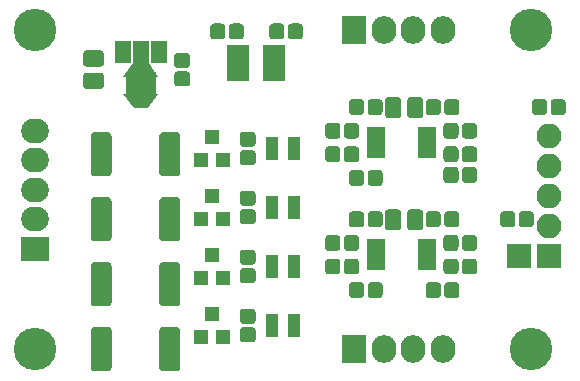
<source format=gts>
G04 #@! TF.GenerationSoftware,KiCad,Pcbnew,(5.0.0)*
G04 #@! TF.CreationDate,2019-02-21T23:12:31-08:00*
G04 #@! TF.ProjectId,bms4_f051,626D73345F663035312E6B696361645F,rev?*
G04 #@! TF.SameCoordinates,Original*
G04 #@! TF.FileFunction,Soldermask,Top*
G04 #@! TF.FilePolarity,Negative*
%FSLAX46Y46*%
G04 Gerber Fmt 4.6, Leading zero omitted, Abs format (unit mm)*
G04 Created by KiCad (PCBNEW (5.0.0)) date 02/21/19 23:12:31*
%MOMM*%
%LPD*%
G01*
G04 APERTURE LIST*
%ADD10C,0.100000*%
%ADD11C,1.375000*%
%ADD12C,1.275000*%
%ADD13R,1.900000X1.500000*%
%ADD14O,2.100000X2.350000*%
%ADD15R,2.100000X2.350000*%
%ADD16R,2.350000X2.100000*%
%ADD17O,2.350000X2.100000*%
%ADD18R,2.100000X2.100000*%
%ADD19O,2.100000X2.100000*%
%ADD20R,1.200000X1.300000*%
%ADD21R,1.050000X0.800000*%
%ADD22R,1.500000X0.800000*%
%ADD23C,1.250000*%
%ADD24R,1.400000X1.900000*%
%ADD25R,1.400000X2.200000*%
%ADD26R,2.600000X2.240000*%
%ADD27C,1.400000*%
%ADD28C,3.600000*%
%ADD29C,1.750000*%
G04 APERTURE END LIST*
D10*
G04 #@! TO.C,C3*
G36*
X136564943Y-119151655D02*
X136598312Y-119156605D01*
X136631035Y-119164802D01*
X136662797Y-119176166D01*
X136693293Y-119190590D01*
X136722227Y-119207932D01*
X136749323Y-119228028D01*
X136774318Y-119250682D01*
X136796972Y-119275677D01*
X136817068Y-119302773D01*
X136834410Y-119331707D01*
X136848834Y-119362203D01*
X136860198Y-119393965D01*
X136868395Y-119426688D01*
X136873345Y-119460057D01*
X136875000Y-119493750D01*
X136875000Y-120606250D01*
X136873345Y-120639943D01*
X136868395Y-120673312D01*
X136860198Y-120706035D01*
X136848834Y-120737797D01*
X136834410Y-120768293D01*
X136817068Y-120797227D01*
X136796972Y-120824323D01*
X136774318Y-120849318D01*
X136749323Y-120871972D01*
X136722227Y-120892068D01*
X136693293Y-120909410D01*
X136662797Y-120923834D01*
X136631035Y-120935198D01*
X136598312Y-120943395D01*
X136564943Y-120948345D01*
X136531250Y-120950000D01*
X135843750Y-120950000D01*
X135810057Y-120948345D01*
X135776688Y-120943395D01*
X135743965Y-120935198D01*
X135712203Y-120923834D01*
X135681707Y-120909410D01*
X135652773Y-120892068D01*
X135625677Y-120871972D01*
X135600682Y-120849318D01*
X135578028Y-120824323D01*
X135557932Y-120797227D01*
X135540590Y-120768293D01*
X135526166Y-120737797D01*
X135514802Y-120706035D01*
X135506605Y-120673312D01*
X135501655Y-120639943D01*
X135500000Y-120606250D01*
X135500000Y-119493750D01*
X135501655Y-119460057D01*
X135506605Y-119426688D01*
X135514802Y-119393965D01*
X135526166Y-119362203D01*
X135540590Y-119331707D01*
X135557932Y-119302773D01*
X135578028Y-119275677D01*
X135600682Y-119250682D01*
X135625677Y-119228028D01*
X135652773Y-119207932D01*
X135681707Y-119190590D01*
X135712203Y-119176166D01*
X135743965Y-119164802D01*
X135776688Y-119156605D01*
X135810057Y-119151655D01*
X135843750Y-119150000D01*
X136531250Y-119150000D01*
X136564943Y-119151655D01*
X136564943Y-119151655D01*
G37*
D11*
X136187500Y-120050000D03*
D10*
G36*
X134689943Y-119151655D02*
X134723312Y-119156605D01*
X134756035Y-119164802D01*
X134787797Y-119176166D01*
X134818293Y-119190590D01*
X134847227Y-119207932D01*
X134874323Y-119228028D01*
X134899318Y-119250682D01*
X134921972Y-119275677D01*
X134942068Y-119302773D01*
X134959410Y-119331707D01*
X134973834Y-119362203D01*
X134985198Y-119393965D01*
X134993395Y-119426688D01*
X134998345Y-119460057D01*
X135000000Y-119493750D01*
X135000000Y-120606250D01*
X134998345Y-120639943D01*
X134993395Y-120673312D01*
X134985198Y-120706035D01*
X134973834Y-120737797D01*
X134959410Y-120768293D01*
X134942068Y-120797227D01*
X134921972Y-120824323D01*
X134899318Y-120849318D01*
X134874323Y-120871972D01*
X134847227Y-120892068D01*
X134818293Y-120909410D01*
X134787797Y-120923834D01*
X134756035Y-120935198D01*
X134723312Y-120943395D01*
X134689943Y-120948345D01*
X134656250Y-120950000D01*
X133968750Y-120950000D01*
X133935057Y-120948345D01*
X133901688Y-120943395D01*
X133868965Y-120935198D01*
X133837203Y-120923834D01*
X133806707Y-120909410D01*
X133777773Y-120892068D01*
X133750677Y-120871972D01*
X133725682Y-120849318D01*
X133703028Y-120824323D01*
X133682932Y-120797227D01*
X133665590Y-120768293D01*
X133651166Y-120737797D01*
X133639802Y-120706035D01*
X133631605Y-120673312D01*
X133626655Y-120639943D01*
X133625000Y-120606250D01*
X133625000Y-119493750D01*
X133626655Y-119460057D01*
X133631605Y-119426688D01*
X133639802Y-119393965D01*
X133651166Y-119362203D01*
X133665590Y-119331707D01*
X133682932Y-119302773D01*
X133703028Y-119275677D01*
X133725682Y-119250682D01*
X133750677Y-119228028D01*
X133777773Y-119207932D01*
X133806707Y-119190590D01*
X133837203Y-119176166D01*
X133868965Y-119164802D01*
X133901688Y-119156605D01*
X133935057Y-119151655D01*
X133968750Y-119150000D01*
X134656250Y-119150000D01*
X134689943Y-119151655D01*
X134689943Y-119151655D01*
G37*
D11*
X134312500Y-120050000D03*
G04 #@! TD*
D10*
G04 #@! TO.C,C4*
G36*
X134689943Y-109651655D02*
X134723312Y-109656605D01*
X134756035Y-109664802D01*
X134787797Y-109676166D01*
X134818293Y-109690590D01*
X134847227Y-109707932D01*
X134874323Y-109728028D01*
X134899318Y-109750682D01*
X134921972Y-109775677D01*
X134942068Y-109802773D01*
X134959410Y-109831707D01*
X134973834Y-109862203D01*
X134985198Y-109893965D01*
X134993395Y-109926688D01*
X134998345Y-109960057D01*
X135000000Y-109993750D01*
X135000000Y-111106250D01*
X134998345Y-111139943D01*
X134993395Y-111173312D01*
X134985198Y-111206035D01*
X134973834Y-111237797D01*
X134959410Y-111268293D01*
X134942068Y-111297227D01*
X134921972Y-111324323D01*
X134899318Y-111349318D01*
X134874323Y-111371972D01*
X134847227Y-111392068D01*
X134818293Y-111409410D01*
X134787797Y-111423834D01*
X134756035Y-111435198D01*
X134723312Y-111443395D01*
X134689943Y-111448345D01*
X134656250Y-111450000D01*
X133968750Y-111450000D01*
X133935057Y-111448345D01*
X133901688Y-111443395D01*
X133868965Y-111435198D01*
X133837203Y-111423834D01*
X133806707Y-111409410D01*
X133777773Y-111392068D01*
X133750677Y-111371972D01*
X133725682Y-111349318D01*
X133703028Y-111324323D01*
X133682932Y-111297227D01*
X133665590Y-111268293D01*
X133651166Y-111237797D01*
X133639802Y-111206035D01*
X133631605Y-111173312D01*
X133626655Y-111139943D01*
X133625000Y-111106250D01*
X133625000Y-109993750D01*
X133626655Y-109960057D01*
X133631605Y-109926688D01*
X133639802Y-109893965D01*
X133651166Y-109862203D01*
X133665590Y-109831707D01*
X133682932Y-109802773D01*
X133703028Y-109775677D01*
X133725682Y-109750682D01*
X133750677Y-109728028D01*
X133777773Y-109707932D01*
X133806707Y-109690590D01*
X133837203Y-109676166D01*
X133868965Y-109664802D01*
X133901688Y-109656605D01*
X133935057Y-109651655D01*
X133968750Y-109650000D01*
X134656250Y-109650000D01*
X134689943Y-109651655D01*
X134689943Y-109651655D01*
G37*
D11*
X134312500Y-110550000D03*
D10*
G36*
X136564943Y-109651655D02*
X136598312Y-109656605D01*
X136631035Y-109664802D01*
X136662797Y-109676166D01*
X136693293Y-109690590D01*
X136722227Y-109707932D01*
X136749323Y-109728028D01*
X136774318Y-109750682D01*
X136796972Y-109775677D01*
X136817068Y-109802773D01*
X136834410Y-109831707D01*
X136848834Y-109862203D01*
X136860198Y-109893965D01*
X136868395Y-109926688D01*
X136873345Y-109960057D01*
X136875000Y-109993750D01*
X136875000Y-111106250D01*
X136873345Y-111139943D01*
X136868395Y-111173312D01*
X136860198Y-111206035D01*
X136848834Y-111237797D01*
X136834410Y-111268293D01*
X136817068Y-111297227D01*
X136796972Y-111324323D01*
X136774318Y-111349318D01*
X136749323Y-111371972D01*
X136722227Y-111392068D01*
X136693293Y-111409410D01*
X136662797Y-111423834D01*
X136631035Y-111435198D01*
X136598312Y-111443395D01*
X136564943Y-111448345D01*
X136531250Y-111450000D01*
X135843750Y-111450000D01*
X135810057Y-111448345D01*
X135776688Y-111443395D01*
X135743965Y-111435198D01*
X135712203Y-111423834D01*
X135681707Y-111409410D01*
X135652773Y-111392068D01*
X135625677Y-111371972D01*
X135600682Y-111349318D01*
X135578028Y-111324323D01*
X135557932Y-111297227D01*
X135540590Y-111268293D01*
X135526166Y-111237797D01*
X135514802Y-111206035D01*
X135506605Y-111173312D01*
X135501655Y-111139943D01*
X135500000Y-111106250D01*
X135500000Y-109993750D01*
X135501655Y-109960057D01*
X135506605Y-109926688D01*
X135514802Y-109893965D01*
X135526166Y-109862203D01*
X135540590Y-109831707D01*
X135557932Y-109802773D01*
X135578028Y-109775677D01*
X135600682Y-109750682D01*
X135625677Y-109728028D01*
X135652773Y-109707932D01*
X135681707Y-109690590D01*
X135712203Y-109676166D01*
X135743965Y-109664802D01*
X135776688Y-109656605D01*
X135810057Y-109651655D01*
X135843750Y-109650000D01*
X136531250Y-109650000D01*
X136564943Y-109651655D01*
X136564943Y-109651655D01*
G37*
D11*
X136187500Y-110550000D03*
G04 #@! TD*
D10*
G04 #@! TO.C,C6*
G36*
X109539943Y-107576655D02*
X109573312Y-107581605D01*
X109606035Y-107589802D01*
X109637797Y-107601166D01*
X109668293Y-107615590D01*
X109697227Y-107632932D01*
X109724323Y-107653028D01*
X109749318Y-107675682D01*
X109771972Y-107700677D01*
X109792068Y-107727773D01*
X109809410Y-107756707D01*
X109823834Y-107787203D01*
X109835198Y-107818965D01*
X109843395Y-107851688D01*
X109848345Y-107885057D01*
X109850000Y-107918750D01*
X109850000Y-108606250D01*
X109848345Y-108639943D01*
X109843395Y-108673312D01*
X109835198Y-108706035D01*
X109823834Y-108737797D01*
X109809410Y-108768293D01*
X109792068Y-108797227D01*
X109771972Y-108824323D01*
X109749318Y-108849318D01*
X109724323Y-108871972D01*
X109697227Y-108892068D01*
X109668293Y-108909410D01*
X109637797Y-108923834D01*
X109606035Y-108935198D01*
X109573312Y-108943395D01*
X109539943Y-108948345D01*
X109506250Y-108950000D01*
X108393750Y-108950000D01*
X108360057Y-108948345D01*
X108326688Y-108943395D01*
X108293965Y-108935198D01*
X108262203Y-108923834D01*
X108231707Y-108909410D01*
X108202773Y-108892068D01*
X108175677Y-108871972D01*
X108150682Y-108849318D01*
X108128028Y-108824323D01*
X108107932Y-108797227D01*
X108090590Y-108768293D01*
X108076166Y-108737797D01*
X108064802Y-108706035D01*
X108056605Y-108673312D01*
X108051655Y-108639943D01*
X108050000Y-108606250D01*
X108050000Y-107918750D01*
X108051655Y-107885057D01*
X108056605Y-107851688D01*
X108064802Y-107818965D01*
X108076166Y-107787203D01*
X108090590Y-107756707D01*
X108107932Y-107727773D01*
X108128028Y-107700677D01*
X108150682Y-107675682D01*
X108175677Y-107653028D01*
X108202773Y-107632932D01*
X108231707Y-107615590D01*
X108262203Y-107601166D01*
X108293965Y-107589802D01*
X108326688Y-107581605D01*
X108360057Y-107576655D01*
X108393750Y-107575000D01*
X109506250Y-107575000D01*
X109539943Y-107576655D01*
X109539943Y-107576655D01*
G37*
D11*
X108950000Y-108262500D03*
D10*
G36*
X109539943Y-105701655D02*
X109573312Y-105706605D01*
X109606035Y-105714802D01*
X109637797Y-105726166D01*
X109668293Y-105740590D01*
X109697227Y-105757932D01*
X109724323Y-105778028D01*
X109749318Y-105800682D01*
X109771972Y-105825677D01*
X109792068Y-105852773D01*
X109809410Y-105881707D01*
X109823834Y-105912203D01*
X109835198Y-105943965D01*
X109843395Y-105976688D01*
X109848345Y-106010057D01*
X109850000Y-106043750D01*
X109850000Y-106731250D01*
X109848345Y-106764943D01*
X109843395Y-106798312D01*
X109835198Y-106831035D01*
X109823834Y-106862797D01*
X109809410Y-106893293D01*
X109792068Y-106922227D01*
X109771972Y-106949323D01*
X109749318Y-106974318D01*
X109724323Y-106996972D01*
X109697227Y-107017068D01*
X109668293Y-107034410D01*
X109637797Y-107048834D01*
X109606035Y-107060198D01*
X109573312Y-107068395D01*
X109539943Y-107073345D01*
X109506250Y-107075000D01*
X108393750Y-107075000D01*
X108360057Y-107073345D01*
X108326688Y-107068395D01*
X108293965Y-107060198D01*
X108262203Y-107048834D01*
X108231707Y-107034410D01*
X108202773Y-107017068D01*
X108175677Y-106996972D01*
X108150682Y-106974318D01*
X108128028Y-106949323D01*
X108107932Y-106922227D01*
X108090590Y-106893293D01*
X108076166Y-106862797D01*
X108064802Y-106831035D01*
X108056605Y-106798312D01*
X108051655Y-106764943D01*
X108050000Y-106731250D01*
X108050000Y-106043750D01*
X108051655Y-106010057D01*
X108056605Y-105976688D01*
X108064802Y-105943965D01*
X108076166Y-105912203D01*
X108090590Y-105881707D01*
X108107932Y-105852773D01*
X108128028Y-105825677D01*
X108150682Y-105800682D01*
X108175677Y-105778028D01*
X108202773Y-105757932D01*
X108231707Y-105740590D01*
X108262203Y-105726166D01*
X108293965Y-105714802D01*
X108326688Y-105706605D01*
X108360057Y-105701655D01*
X108393750Y-105700000D01*
X109506250Y-105700000D01*
X109539943Y-105701655D01*
X109539943Y-105701655D01*
G37*
D11*
X108950000Y-106387500D03*
G04 #@! TD*
D10*
G04 #@! TO.C,C8*
G36*
X116837493Y-105901535D02*
X116868435Y-105906125D01*
X116898778Y-105913725D01*
X116928230Y-105924263D01*
X116956508Y-105937638D01*
X116983338Y-105953719D01*
X117008463Y-105972353D01*
X117031640Y-105993360D01*
X117052647Y-106016537D01*
X117071281Y-106041662D01*
X117087362Y-106068492D01*
X117100737Y-106096770D01*
X117111275Y-106126222D01*
X117118875Y-106156565D01*
X117123465Y-106187507D01*
X117125000Y-106218750D01*
X117125000Y-106856250D01*
X117123465Y-106887493D01*
X117118875Y-106918435D01*
X117111275Y-106948778D01*
X117100737Y-106978230D01*
X117087362Y-107006508D01*
X117071281Y-107033338D01*
X117052647Y-107058463D01*
X117031640Y-107081640D01*
X117008463Y-107102647D01*
X116983338Y-107121281D01*
X116956508Y-107137362D01*
X116928230Y-107150737D01*
X116898778Y-107161275D01*
X116868435Y-107168875D01*
X116837493Y-107173465D01*
X116806250Y-107175000D01*
X116093750Y-107175000D01*
X116062507Y-107173465D01*
X116031565Y-107168875D01*
X116001222Y-107161275D01*
X115971770Y-107150737D01*
X115943492Y-107137362D01*
X115916662Y-107121281D01*
X115891537Y-107102647D01*
X115868360Y-107081640D01*
X115847353Y-107058463D01*
X115828719Y-107033338D01*
X115812638Y-107006508D01*
X115799263Y-106978230D01*
X115788725Y-106948778D01*
X115781125Y-106918435D01*
X115776535Y-106887493D01*
X115775000Y-106856250D01*
X115775000Y-106218750D01*
X115776535Y-106187507D01*
X115781125Y-106156565D01*
X115788725Y-106126222D01*
X115799263Y-106096770D01*
X115812638Y-106068492D01*
X115828719Y-106041662D01*
X115847353Y-106016537D01*
X115868360Y-105993360D01*
X115891537Y-105972353D01*
X115916662Y-105953719D01*
X115943492Y-105937638D01*
X115971770Y-105924263D01*
X116001222Y-105913725D01*
X116031565Y-105906125D01*
X116062507Y-105901535D01*
X116093750Y-105900000D01*
X116806250Y-105900000D01*
X116837493Y-105901535D01*
X116837493Y-105901535D01*
G37*
D12*
X116450000Y-106537500D03*
D10*
G36*
X116837493Y-107476535D02*
X116868435Y-107481125D01*
X116898778Y-107488725D01*
X116928230Y-107499263D01*
X116956508Y-107512638D01*
X116983338Y-107528719D01*
X117008463Y-107547353D01*
X117031640Y-107568360D01*
X117052647Y-107591537D01*
X117071281Y-107616662D01*
X117087362Y-107643492D01*
X117100737Y-107671770D01*
X117111275Y-107701222D01*
X117118875Y-107731565D01*
X117123465Y-107762507D01*
X117125000Y-107793750D01*
X117125000Y-108431250D01*
X117123465Y-108462493D01*
X117118875Y-108493435D01*
X117111275Y-108523778D01*
X117100737Y-108553230D01*
X117087362Y-108581508D01*
X117071281Y-108608338D01*
X117052647Y-108633463D01*
X117031640Y-108656640D01*
X117008463Y-108677647D01*
X116983338Y-108696281D01*
X116956508Y-108712362D01*
X116928230Y-108725737D01*
X116898778Y-108736275D01*
X116868435Y-108743875D01*
X116837493Y-108748465D01*
X116806250Y-108750000D01*
X116093750Y-108750000D01*
X116062507Y-108748465D01*
X116031565Y-108743875D01*
X116001222Y-108736275D01*
X115971770Y-108725737D01*
X115943492Y-108712362D01*
X115916662Y-108696281D01*
X115891537Y-108677647D01*
X115868360Y-108656640D01*
X115847353Y-108633463D01*
X115828719Y-108608338D01*
X115812638Y-108581508D01*
X115799263Y-108553230D01*
X115788725Y-108523778D01*
X115781125Y-108493435D01*
X115776535Y-108462493D01*
X115775000Y-108431250D01*
X115775000Y-107793750D01*
X115776535Y-107762507D01*
X115781125Y-107731565D01*
X115788725Y-107701222D01*
X115799263Y-107671770D01*
X115812638Y-107643492D01*
X115828719Y-107616662D01*
X115847353Y-107591537D01*
X115868360Y-107568360D01*
X115891537Y-107547353D01*
X115916662Y-107528719D01*
X115943492Y-107512638D01*
X115971770Y-107499263D01*
X116001222Y-107488725D01*
X116031565Y-107481125D01*
X116062507Y-107476535D01*
X116093750Y-107475000D01*
X116806250Y-107475000D01*
X116837493Y-107476535D01*
X116837493Y-107476535D01*
G37*
D12*
X116450000Y-108112500D03*
G04 #@! TD*
D10*
G04 #@! TO.C,C9*
G36*
X148637493Y-109826535D02*
X148668435Y-109831125D01*
X148698778Y-109838725D01*
X148728230Y-109849263D01*
X148756508Y-109862638D01*
X148783338Y-109878719D01*
X148808463Y-109897353D01*
X148831640Y-109918360D01*
X148852647Y-109941537D01*
X148871281Y-109966662D01*
X148887362Y-109993492D01*
X148900737Y-110021770D01*
X148911275Y-110051222D01*
X148918875Y-110081565D01*
X148923465Y-110112507D01*
X148925000Y-110143750D01*
X148925000Y-110856250D01*
X148923465Y-110887493D01*
X148918875Y-110918435D01*
X148911275Y-110948778D01*
X148900737Y-110978230D01*
X148887362Y-111006508D01*
X148871281Y-111033338D01*
X148852647Y-111058463D01*
X148831640Y-111081640D01*
X148808463Y-111102647D01*
X148783338Y-111121281D01*
X148756508Y-111137362D01*
X148728230Y-111150737D01*
X148698778Y-111161275D01*
X148668435Y-111168875D01*
X148637493Y-111173465D01*
X148606250Y-111175000D01*
X147968750Y-111175000D01*
X147937507Y-111173465D01*
X147906565Y-111168875D01*
X147876222Y-111161275D01*
X147846770Y-111150737D01*
X147818492Y-111137362D01*
X147791662Y-111121281D01*
X147766537Y-111102647D01*
X147743360Y-111081640D01*
X147722353Y-111058463D01*
X147703719Y-111033338D01*
X147687638Y-111006508D01*
X147674263Y-110978230D01*
X147663725Y-110948778D01*
X147656125Y-110918435D01*
X147651535Y-110887493D01*
X147650000Y-110856250D01*
X147650000Y-110143750D01*
X147651535Y-110112507D01*
X147656125Y-110081565D01*
X147663725Y-110051222D01*
X147674263Y-110021770D01*
X147687638Y-109993492D01*
X147703719Y-109966662D01*
X147722353Y-109941537D01*
X147743360Y-109918360D01*
X147766537Y-109897353D01*
X147791662Y-109878719D01*
X147818492Y-109862638D01*
X147846770Y-109849263D01*
X147876222Y-109838725D01*
X147906565Y-109831125D01*
X147937507Y-109826535D01*
X147968750Y-109825000D01*
X148606250Y-109825000D01*
X148637493Y-109826535D01*
X148637493Y-109826535D01*
G37*
D12*
X148287500Y-110500000D03*
D10*
G36*
X147062493Y-109826535D02*
X147093435Y-109831125D01*
X147123778Y-109838725D01*
X147153230Y-109849263D01*
X147181508Y-109862638D01*
X147208338Y-109878719D01*
X147233463Y-109897353D01*
X147256640Y-109918360D01*
X147277647Y-109941537D01*
X147296281Y-109966662D01*
X147312362Y-109993492D01*
X147325737Y-110021770D01*
X147336275Y-110051222D01*
X147343875Y-110081565D01*
X147348465Y-110112507D01*
X147350000Y-110143750D01*
X147350000Y-110856250D01*
X147348465Y-110887493D01*
X147343875Y-110918435D01*
X147336275Y-110948778D01*
X147325737Y-110978230D01*
X147312362Y-111006508D01*
X147296281Y-111033338D01*
X147277647Y-111058463D01*
X147256640Y-111081640D01*
X147233463Y-111102647D01*
X147208338Y-111121281D01*
X147181508Y-111137362D01*
X147153230Y-111150737D01*
X147123778Y-111161275D01*
X147093435Y-111168875D01*
X147062493Y-111173465D01*
X147031250Y-111175000D01*
X146393750Y-111175000D01*
X146362507Y-111173465D01*
X146331565Y-111168875D01*
X146301222Y-111161275D01*
X146271770Y-111150737D01*
X146243492Y-111137362D01*
X146216662Y-111121281D01*
X146191537Y-111102647D01*
X146168360Y-111081640D01*
X146147353Y-111058463D01*
X146128719Y-111033338D01*
X146112638Y-111006508D01*
X146099263Y-110978230D01*
X146088725Y-110948778D01*
X146081125Y-110918435D01*
X146076535Y-110887493D01*
X146075000Y-110856250D01*
X146075000Y-110143750D01*
X146076535Y-110112507D01*
X146081125Y-110081565D01*
X146088725Y-110051222D01*
X146099263Y-110021770D01*
X146112638Y-109993492D01*
X146128719Y-109966662D01*
X146147353Y-109941537D01*
X146168360Y-109918360D01*
X146191537Y-109897353D01*
X146216662Y-109878719D01*
X146243492Y-109862638D01*
X146271770Y-109849263D01*
X146301222Y-109838725D01*
X146331565Y-109831125D01*
X146362507Y-109826535D01*
X146393750Y-109825000D01*
X147031250Y-109825000D01*
X147062493Y-109826535D01*
X147062493Y-109826535D01*
G37*
D12*
X146712500Y-110500000D03*
G04 #@! TD*
D13*
G04 #@! TO.C,D1*
X124200000Y-107550000D03*
X121200000Y-107550000D03*
X121200000Y-106050000D03*
X124200000Y-106050000D03*
G04 #@! TD*
D14*
G04 #@! TO.C,J1*
X138500000Y-104000000D03*
X136000000Y-104000000D03*
X133500000Y-104000000D03*
D15*
X131000000Y-104000000D03*
G04 #@! TD*
D16*
G04 #@! TO.C,J2*
X104000000Y-122500000D03*
D17*
X104000000Y-120000000D03*
X104000000Y-117500000D03*
X104000000Y-115000000D03*
X104000000Y-112500000D03*
G04 #@! TD*
D18*
G04 #@! TO.C,J3*
X147500000Y-123100000D03*
D19*
X147500000Y-120560000D03*
X147500000Y-118020000D03*
X147500000Y-115480000D03*
X147500000Y-112940000D03*
G04 #@! TD*
D15*
G04 #@! TO.C,J4*
X131000000Y-131000000D03*
D14*
X133500000Y-131000000D03*
X136000000Y-131000000D03*
X138500000Y-131000000D03*
G04 #@! TD*
D20*
G04 #@! TO.C,Q1*
X118050000Y-130000000D03*
X119950000Y-130000000D03*
X119000000Y-128000000D03*
G04 #@! TD*
G04 #@! TO.C,Q2*
X119000000Y-123000000D03*
X119950000Y-125000000D03*
X118050000Y-125000000D03*
G04 #@! TD*
D21*
G04 #@! TO.C,Q3*
X124050000Y-128350000D03*
X124050000Y-129650000D03*
X125950000Y-129000000D03*
X124050000Y-129000000D03*
X125950000Y-129650000D03*
X125950000Y-128350000D03*
G04 #@! TD*
G04 #@! TO.C,Q4*
X125950000Y-123350000D03*
X125950000Y-124650000D03*
X124050000Y-124000000D03*
X125950000Y-124000000D03*
X124050000Y-124650000D03*
X124050000Y-123350000D03*
G04 #@! TD*
D20*
G04 #@! TO.C,Q5*
X118050000Y-120000000D03*
X119950000Y-120000000D03*
X119000000Y-118000000D03*
G04 #@! TD*
G04 #@! TO.C,Q6*
X119000000Y-113000000D03*
X119950000Y-115000000D03*
X118050000Y-115000000D03*
G04 #@! TD*
D21*
G04 #@! TO.C,Q7*
X124050000Y-118350000D03*
X124050000Y-119650000D03*
X125950000Y-119000000D03*
X124050000Y-119000000D03*
X125950000Y-119650000D03*
X125950000Y-118350000D03*
G04 #@! TD*
G04 #@! TO.C,Q8*
X125950000Y-113350000D03*
X125950000Y-114650000D03*
X124050000Y-114000000D03*
X125950000Y-114000000D03*
X124050000Y-114650000D03*
X124050000Y-113350000D03*
G04 #@! TD*
D10*
G04 #@! TO.C,R1*
G36*
X131137493Y-123326535D02*
X131168435Y-123331125D01*
X131198778Y-123338725D01*
X131228230Y-123349263D01*
X131256508Y-123362638D01*
X131283338Y-123378719D01*
X131308463Y-123397353D01*
X131331640Y-123418360D01*
X131352647Y-123441537D01*
X131371281Y-123466662D01*
X131387362Y-123493492D01*
X131400737Y-123521770D01*
X131411275Y-123551222D01*
X131418875Y-123581565D01*
X131423465Y-123612507D01*
X131425000Y-123643750D01*
X131425000Y-124356250D01*
X131423465Y-124387493D01*
X131418875Y-124418435D01*
X131411275Y-124448778D01*
X131400737Y-124478230D01*
X131387362Y-124506508D01*
X131371281Y-124533338D01*
X131352647Y-124558463D01*
X131331640Y-124581640D01*
X131308463Y-124602647D01*
X131283338Y-124621281D01*
X131256508Y-124637362D01*
X131228230Y-124650737D01*
X131198778Y-124661275D01*
X131168435Y-124668875D01*
X131137493Y-124673465D01*
X131106250Y-124675000D01*
X130468750Y-124675000D01*
X130437507Y-124673465D01*
X130406565Y-124668875D01*
X130376222Y-124661275D01*
X130346770Y-124650737D01*
X130318492Y-124637362D01*
X130291662Y-124621281D01*
X130266537Y-124602647D01*
X130243360Y-124581640D01*
X130222353Y-124558463D01*
X130203719Y-124533338D01*
X130187638Y-124506508D01*
X130174263Y-124478230D01*
X130163725Y-124448778D01*
X130156125Y-124418435D01*
X130151535Y-124387493D01*
X130150000Y-124356250D01*
X130150000Y-123643750D01*
X130151535Y-123612507D01*
X130156125Y-123581565D01*
X130163725Y-123551222D01*
X130174263Y-123521770D01*
X130187638Y-123493492D01*
X130203719Y-123466662D01*
X130222353Y-123441537D01*
X130243360Y-123418360D01*
X130266537Y-123397353D01*
X130291662Y-123378719D01*
X130318492Y-123362638D01*
X130346770Y-123349263D01*
X130376222Y-123338725D01*
X130406565Y-123331125D01*
X130437507Y-123326535D01*
X130468750Y-123325000D01*
X131106250Y-123325000D01*
X131137493Y-123326535D01*
X131137493Y-123326535D01*
G37*
D12*
X130787500Y-124000000D03*
D10*
G36*
X129562493Y-123326535D02*
X129593435Y-123331125D01*
X129623778Y-123338725D01*
X129653230Y-123349263D01*
X129681508Y-123362638D01*
X129708338Y-123378719D01*
X129733463Y-123397353D01*
X129756640Y-123418360D01*
X129777647Y-123441537D01*
X129796281Y-123466662D01*
X129812362Y-123493492D01*
X129825737Y-123521770D01*
X129836275Y-123551222D01*
X129843875Y-123581565D01*
X129848465Y-123612507D01*
X129850000Y-123643750D01*
X129850000Y-124356250D01*
X129848465Y-124387493D01*
X129843875Y-124418435D01*
X129836275Y-124448778D01*
X129825737Y-124478230D01*
X129812362Y-124506508D01*
X129796281Y-124533338D01*
X129777647Y-124558463D01*
X129756640Y-124581640D01*
X129733463Y-124602647D01*
X129708338Y-124621281D01*
X129681508Y-124637362D01*
X129653230Y-124650737D01*
X129623778Y-124661275D01*
X129593435Y-124668875D01*
X129562493Y-124673465D01*
X129531250Y-124675000D01*
X128893750Y-124675000D01*
X128862507Y-124673465D01*
X128831565Y-124668875D01*
X128801222Y-124661275D01*
X128771770Y-124650737D01*
X128743492Y-124637362D01*
X128716662Y-124621281D01*
X128691537Y-124602647D01*
X128668360Y-124581640D01*
X128647353Y-124558463D01*
X128628719Y-124533338D01*
X128612638Y-124506508D01*
X128599263Y-124478230D01*
X128588725Y-124448778D01*
X128581125Y-124418435D01*
X128576535Y-124387493D01*
X128575000Y-124356250D01*
X128575000Y-123643750D01*
X128576535Y-123612507D01*
X128581125Y-123581565D01*
X128588725Y-123551222D01*
X128599263Y-123521770D01*
X128612638Y-123493492D01*
X128628719Y-123466662D01*
X128647353Y-123441537D01*
X128668360Y-123418360D01*
X128691537Y-123397353D01*
X128716662Y-123378719D01*
X128743492Y-123362638D01*
X128771770Y-123349263D01*
X128801222Y-123338725D01*
X128831565Y-123331125D01*
X128862507Y-123326535D01*
X128893750Y-123325000D01*
X129531250Y-123325000D01*
X129562493Y-123326535D01*
X129562493Y-123326535D01*
G37*
D12*
X129212500Y-124000000D03*
G04 #@! TD*
D10*
G04 #@! TO.C,R2*
G36*
X129562493Y-121326535D02*
X129593435Y-121331125D01*
X129623778Y-121338725D01*
X129653230Y-121349263D01*
X129681508Y-121362638D01*
X129708338Y-121378719D01*
X129733463Y-121397353D01*
X129756640Y-121418360D01*
X129777647Y-121441537D01*
X129796281Y-121466662D01*
X129812362Y-121493492D01*
X129825737Y-121521770D01*
X129836275Y-121551222D01*
X129843875Y-121581565D01*
X129848465Y-121612507D01*
X129850000Y-121643750D01*
X129850000Y-122356250D01*
X129848465Y-122387493D01*
X129843875Y-122418435D01*
X129836275Y-122448778D01*
X129825737Y-122478230D01*
X129812362Y-122506508D01*
X129796281Y-122533338D01*
X129777647Y-122558463D01*
X129756640Y-122581640D01*
X129733463Y-122602647D01*
X129708338Y-122621281D01*
X129681508Y-122637362D01*
X129653230Y-122650737D01*
X129623778Y-122661275D01*
X129593435Y-122668875D01*
X129562493Y-122673465D01*
X129531250Y-122675000D01*
X128893750Y-122675000D01*
X128862507Y-122673465D01*
X128831565Y-122668875D01*
X128801222Y-122661275D01*
X128771770Y-122650737D01*
X128743492Y-122637362D01*
X128716662Y-122621281D01*
X128691537Y-122602647D01*
X128668360Y-122581640D01*
X128647353Y-122558463D01*
X128628719Y-122533338D01*
X128612638Y-122506508D01*
X128599263Y-122478230D01*
X128588725Y-122448778D01*
X128581125Y-122418435D01*
X128576535Y-122387493D01*
X128575000Y-122356250D01*
X128575000Y-121643750D01*
X128576535Y-121612507D01*
X128581125Y-121581565D01*
X128588725Y-121551222D01*
X128599263Y-121521770D01*
X128612638Y-121493492D01*
X128628719Y-121466662D01*
X128647353Y-121441537D01*
X128668360Y-121418360D01*
X128691537Y-121397353D01*
X128716662Y-121378719D01*
X128743492Y-121362638D01*
X128771770Y-121349263D01*
X128801222Y-121338725D01*
X128831565Y-121331125D01*
X128862507Y-121326535D01*
X128893750Y-121325000D01*
X129531250Y-121325000D01*
X129562493Y-121326535D01*
X129562493Y-121326535D01*
G37*
D12*
X129212500Y-122000000D03*
D10*
G36*
X131137493Y-121326535D02*
X131168435Y-121331125D01*
X131198778Y-121338725D01*
X131228230Y-121349263D01*
X131256508Y-121362638D01*
X131283338Y-121378719D01*
X131308463Y-121397353D01*
X131331640Y-121418360D01*
X131352647Y-121441537D01*
X131371281Y-121466662D01*
X131387362Y-121493492D01*
X131400737Y-121521770D01*
X131411275Y-121551222D01*
X131418875Y-121581565D01*
X131423465Y-121612507D01*
X131425000Y-121643750D01*
X131425000Y-122356250D01*
X131423465Y-122387493D01*
X131418875Y-122418435D01*
X131411275Y-122448778D01*
X131400737Y-122478230D01*
X131387362Y-122506508D01*
X131371281Y-122533338D01*
X131352647Y-122558463D01*
X131331640Y-122581640D01*
X131308463Y-122602647D01*
X131283338Y-122621281D01*
X131256508Y-122637362D01*
X131228230Y-122650737D01*
X131198778Y-122661275D01*
X131168435Y-122668875D01*
X131137493Y-122673465D01*
X131106250Y-122675000D01*
X130468750Y-122675000D01*
X130437507Y-122673465D01*
X130406565Y-122668875D01*
X130376222Y-122661275D01*
X130346770Y-122650737D01*
X130318492Y-122637362D01*
X130291662Y-122621281D01*
X130266537Y-122602647D01*
X130243360Y-122581640D01*
X130222353Y-122558463D01*
X130203719Y-122533338D01*
X130187638Y-122506508D01*
X130174263Y-122478230D01*
X130163725Y-122448778D01*
X130156125Y-122418435D01*
X130151535Y-122387493D01*
X130150000Y-122356250D01*
X130150000Y-121643750D01*
X130151535Y-121612507D01*
X130156125Y-121581565D01*
X130163725Y-121551222D01*
X130174263Y-121521770D01*
X130187638Y-121493492D01*
X130203719Y-121466662D01*
X130222353Y-121441537D01*
X130243360Y-121418360D01*
X130266537Y-121397353D01*
X130291662Y-121378719D01*
X130318492Y-121362638D01*
X130346770Y-121349263D01*
X130376222Y-121338725D01*
X130406565Y-121331125D01*
X130437507Y-121326535D01*
X130468750Y-121325000D01*
X131106250Y-121325000D01*
X131137493Y-121326535D01*
X131137493Y-121326535D01*
G37*
D12*
X130787500Y-122000000D03*
G04 #@! TD*
D10*
G04 #@! TO.C,R3*
G36*
X139562493Y-123326535D02*
X139593435Y-123331125D01*
X139623778Y-123338725D01*
X139653230Y-123349263D01*
X139681508Y-123362638D01*
X139708338Y-123378719D01*
X139733463Y-123397353D01*
X139756640Y-123418360D01*
X139777647Y-123441537D01*
X139796281Y-123466662D01*
X139812362Y-123493492D01*
X139825737Y-123521770D01*
X139836275Y-123551222D01*
X139843875Y-123581565D01*
X139848465Y-123612507D01*
X139850000Y-123643750D01*
X139850000Y-124356250D01*
X139848465Y-124387493D01*
X139843875Y-124418435D01*
X139836275Y-124448778D01*
X139825737Y-124478230D01*
X139812362Y-124506508D01*
X139796281Y-124533338D01*
X139777647Y-124558463D01*
X139756640Y-124581640D01*
X139733463Y-124602647D01*
X139708338Y-124621281D01*
X139681508Y-124637362D01*
X139653230Y-124650737D01*
X139623778Y-124661275D01*
X139593435Y-124668875D01*
X139562493Y-124673465D01*
X139531250Y-124675000D01*
X138893750Y-124675000D01*
X138862507Y-124673465D01*
X138831565Y-124668875D01*
X138801222Y-124661275D01*
X138771770Y-124650737D01*
X138743492Y-124637362D01*
X138716662Y-124621281D01*
X138691537Y-124602647D01*
X138668360Y-124581640D01*
X138647353Y-124558463D01*
X138628719Y-124533338D01*
X138612638Y-124506508D01*
X138599263Y-124478230D01*
X138588725Y-124448778D01*
X138581125Y-124418435D01*
X138576535Y-124387493D01*
X138575000Y-124356250D01*
X138575000Y-123643750D01*
X138576535Y-123612507D01*
X138581125Y-123581565D01*
X138588725Y-123551222D01*
X138599263Y-123521770D01*
X138612638Y-123493492D01*
X138628719Y-123466662D01*
X138647353Y-123441537D01*
X138668360Y-123418360D01*
X138691537Y-123397353D01*
X138716662Y-123378719D01*
X138743492Y-123362638D01*
X138771770Y-123349263D01*
X138801222Y-123338725D01*
X138831565Y-123331125D01*
X138862507Y-123326535D01*
X138893750Y-123325000D01*
X139531250Y-123325000D01*
X139562493Y-123326535D01*
X139562493Y-123326535D01*
G37*
D12*
X139212500Y-124000000D03*
D10*
G36*
X141137493Y-123326535D02*
X141168435Y-123331125D01*
X141198778Y-123338725D01*
X141228230Y-123349263D01*
X141256508Y-123362638D01*
X141283338Y-123378719D01*
X141308463Y-123397353D01*
X141331640Y-123418360D01*
X141352647Y-123441537D01*
X141371281Y-123466662D01*
X141387362Y-123493492D01*
X141400737Y-123521770D01*
X141411275Y-123551222D01*
X141418875Y-123581565D01*
X141423465Y-123612507D01*
X141425000Y-123643750D01*
X141425000Y-124356250D01*
X141423465Y-124387493D01*
X141418875Y-124418435D01*
X141411275Y-124448778D01*
X141400737Y-124478230D01*
X141387362Y-124506508D01*
X141371281Y-124533338D01*
X141352647Y-124558463D01*
X141331640Y-124581640D01*
X141308463Y-124602647D01*
X141283338Y-124621281D01*
X141256508Y-124637362D01*
X141228230Y-124650737D01*
X141198778Y-124661275D01*
X141168435Y-124668875D01*
X141137493Y-124673465D01*
X141106250Y-124675000D01*
X140468750Y-124675000D01*
X140437507Y-124673465D01*
X140406565Y-124668875D01*
X140376222Y-124661275D01*
X140346770Y-124650737D01*
X140318492Y-124637362D01*
X140291662Y-124621281D01*
X140266537Y-124602647D01*
X140243360Y-124581640D01*
X140222353Y-124558463D01*
X140203719Y-124533338D01*
X140187638Y-124506508D01*
X140174263Y-124478230D01*
X140163725Y-124448778D01*
X140156125Y-124418435D01*
X140151535Y-124387493D01*
X140150000Y-124356250D01*
X140150000Y-123643750D01*
X140151535Y-123612507D01*
X140156125Y-123581565D01*
X140163725Y-123551222D01*
X140174263Y-123521770D01*
X140187638Y-123493492D01*
X140203719Y-123466662D01*
X140222353Y-123441537D01*
X140243360Y-123418360D01*
X140266537Y-123397353D01*
X140291662Y-123378719D01*
X140318492Y-123362638D01*
X140346770Y-123349263D01*
X140376222Y-123338725D01*
X140406565Y-123331125D01*
X140437507Y-123326535D01*
X140468750Y-123325000D01*
X141106250Y-123325000D01*
X141137493Y-123326535D01*
X141137493Y-123326535D01*
G37*
D12*
X140787500Y-124000000D03*
G04 #@! TD*
D10*
G04 #@! TO.C,R4*
G36*
X141137493Y-121326535D02*
X141168435Y-121331125D01*
X141198778Y-121338725D01*
X141228230Y-121349263D01*
X141256508Y-121362638D01*
X141283338Y-121378719D01*
X141308463Y-121397353D01*
X141331640Y-121418360D01*
X141352647Y-121441537D01*
X141371281Y-121466662D01*
X141387362Y-121493492D01*
X141400737Y-121521770D01*
X141411275Y-121551222D01*
X141418875Y-121581565D01*
X141423465Y-121612507D01*
X141425000Y-121643750D01*
X141425000Y-122356250D01*
X141423465Y-122387493D01*
X141418875Y-122418435D01*
X141411275Y-122448778D01*
X141400737Y-122478230D01*
X141387362Y-122506508D01*
X141371281Y-122533338D01*
X141352647Y-122558463D01*
X141331640Y-122581640D01*
X141308463Y-122602647D01*
X141283338Y-122621281D01*
X141256508Y-122637362D01*
X141228230Y-122650737D01*
X141198778Y-122661275D01*
X141168435Y-122668875D01*
X141137493Y-122673465D01*
X141106250Y-122675000D01*
X140468750Y-122675000D01*
X140437507Y-122673465D01*
X140406565Y-122668875D01*
X140376222Y-122661275D01*
X140346770Y-122650737D01*
X140318492Y-122637362D01*
X140291662Y-122621281D01*
X140266537Y-122602647D01*
X140243360Y-122581640D01*
X140222353Y-122558463D01*
X140203719Y-122533338D01*
X140187638Y-122506508D01*
X140174263Y-122478230D01*
X140163725Y-122448778D01*
X140156125Y-122418435D01*
X140151535Y-122387493D01*
X140150000Y-122356250D01*
X140150000Y-121643750D01*
X140151535Y-121612507D01*
X140156125Y-121581565D01*
X140163725Y-121551222D01*
X140174263Y-121521770D01*
X140187638Y-121493492D01*
X140203719Y-121466662D01*
X140222353Y-121441537D01*
X140243360Y-121418360D01*
X140266537Y-121397353D01*
X140291662Y-121378719D01*
X140318492Y-121362638D01*
X140346770Y-121349263D01*
X140376222Y-121338725D01*
X140406565Y-121331125D01*
X140437507Y-121326535D01*
X140468750Y-121325000D01*
X141106250Y-121325000D01*
X141137493Y-121326535D01*
X141137493Y-121326535D01*
G37*
D12*
X140787500Y-122000000D03*
D10*
G36*
X139562493Y-121326535D02*
X139593435Y-121331125D01*
X139623778Y-121338725D01*
X139653230Y-121349263D01*
X139681508Y-121362638D01*
X139708338Y-121378719D01*
X139733463Y-121397353D01*
X139756640Y-121418360D01*
X139777647Y-121441537D01*
X139796281Y-121466662D01*
X139812362Y-121493492D01*
X139825737Y-121521770D01*
X139836275Y-121551222D01*
X139843875Y-121581565D01*
X139848465Y-121612507D01*
X139850000Y-121643750D01*
X139850000Y-122356250D01*
X139848465Y-122387493D01*
X139843875Y-122418435D01*
X139836275Y-122448778D01*
X139825737Y-122478230D01*
X139812362Y-122506508D01*
X139796281Y-122533338D01*
X139777647Y-122558463D01*
X139756640Y-122581640D01*
X139733463Y-122602647D01*
X139708338Y-122621281D01*
X139681508Y-122637362D01*
X139653230Y-122650737D01*
X139623778Y-122661275D01*
X139593435Y-122668875D01*
X139562493Y-122673465D01*
X139531250Y-122675000D01*
X138893750Y-122675000D01*
X138862507Y-122673465D01*
X138831565Y-122668875D01*
X138801222Y-122661275D01*
X138771770Y-122650737D01*
X138743492Y-122637362D01*
X138716662Y-122621281D01*
X138691537Y-122602647D01*
X138668360Y-122581640D01*
X138647353Y-122558463D01*
X138628719Y-122533338D01*
X138612638Y-122506508D01*
X138599263Y-122478230D01*
X138588725Y-122448778D01*
X138581125Y-122418435D01*
X138576535Y-122387493D01*
X138575000Y-122356250D01*
X138575000Y-121643750D01*
X138576535Y-121612507D01*
X138581125Y-121581565D01*
X138588725Y-121551222D01*
X138599263Y-121521770D01*
X138612638Y-121493492D01*
X138628719Y-121466662D01*
X138647353Y-121441537D01*
X138668360Y-121418360D01*
X138691537Y-121397353D01*
X138716662Y-121378719D01*
X138743492Y-121362638D01*
X138771770Y-121349263D01*
X138801222Y-121338725D01*
X138831565Y-121331125D01*
X138862507Y-121326535D01*
X138893750Y-121325000D01*
X139531250Y-121325000D01*
X139562493Y-121326535D01*
X139562493Y-121326535D01*
G37*
D12*
X139212500Y-122000000D03*
G04 #@! TD*
D10*
G04 #@! TO.C,R5*
G36*
X131137493Y-113826535D02*
X131168435Y-113831125D01*
X131198778Y-113838725D01*
X131228230Y-113849263D01*
X131256508Y-113862638D01*
X131283338Y-113878719D01*
X131308463Y-113897353D01*
X131331640Y-113918360D01*
X131352647Y-113941537D01*
X131371281Y-113966662D01*
X131387362Y-113993492D01*
X131400737Y-114021770D01*
X131411275Y-114051222D01*
X131418875Y-114081565D01*
X131423465Y-114112507D01*
X131425000Y-114143750D01*
X131425000Y-114856250D01*
X131423465Y-114887493D01*
X131418875Y-114918435D01*
X131411275Y-114948778D01*
X131400737Y-114978230D01*
X131387362Y-115006508D01*
X131371281Y-115033338D01*
X131352647Y-115058463D01*
X131331640Y-115081640D01*
X131308463Y-115102647D01*
X131283338Y-115121281D01*
X131256508Y-115137362D01*
X131228230Y-115150737D01*
X131198778Y-115161275D01*
X131168435Y-115168875D01*
X131137493Y-115173465D01*
X131106250Y-115175000D01*
X130468750Y-115175000D01*
X130437507Y-115173465D01*
X130406565Y-115168875D01*
X130376222Y-115161275D01*
X130346770Y-115150737D01*
X130318492Y-115137362D01*
X130291662Y-115121281D01*
X130266537Y-115102647D01*
X130243360Y-115081640D01*
X130222353Y-115058463D01*
X130203719Y-115033338D01*
X130187638Y-115006508D01*
X130174263Y-114978230D01*
X130163725Y-114948778D01*
X130156125Y-114918435D01*
X130151535Y-114887493D01*
X130150000Y-114856250D01*
X130150000Y-114143750D01*
X130151535Y-114112507D01*
X130156125Y-114081565D01*
X130163725Y-114051222D01*
X130174263Y-114021770D01*
X130187638Y-113993492D01*
X130203719Y-113966662D01*
X130222353Y-113941537D01*
X130243360Y-113918360D01*
X130266537Y-113897353D01*
X130291662Y-113878719D01*
X130318492Y-113862638D01*
X130346770Y-113849263D01*
X130376222Y-113838725D01*
X130406565Y-113831125D01*
X130437507Y-113826535D01*
X130468750Y-113825000D01*
X131106250Y-113825000D01*
X131137493Y-113826535D01*
X131137493Y-113826535D01*
G37*
D12*
X130787500Y-114500000D03*
D10*
G36*
X129562493Y-113826535D02*
X129593435Y-113831125D01*
X129623778Y-113838725D01*
X129653230Y-113849263D01*
X129681508Y-113862638D01*
X129708338Y-113878719D01*
X129733463Y-113897353D01*
X129756640Y-113918360D01*
X129777647Y-113941537D01*
X129796281Y-113966662D01*
X129812362Y-113993492D01*
X129825737Y-114021770D01*
X129836275Y-114051222D01*
X129843875Y-114081565D01*
X129848465Y-114112507D01*
X129850000Y-114143750D01*
X129850000Y-114856250D01*
X129848465Y-114887493D01*
X129843875Y-114918435D01*
X129836275Y-114948778D01*
X129825737Y-114978230D01*
X129812362Y-115006508D01*
X129796281Y-115033338D01*
X129777647Y-115058463D01*
X129756640Y-115081640D01*
X129733463Y-115102647D01*
X129708338Y-115121281D01*
X129681508Y-115137362D01*
X129653230Y-115150737D01*
X129623778Y-115161275D01*
X129593435Y-115168875D01*
X129562493Y-115173465D01*
X129531250Y-115175000D01*
X128893750Y-115175000D01*
X128862507Y-115173465D01*
X128831565Y-115168875D01*
X128801222Y-115161275D01*
X128771770Y-115150737D01*
X128743492Y-115137362D01*
X128716662Y-115121281D01*
X128691537Y-115102647D01*
X128668360Y-115081640D01*
X128647353Y-115058463D01*
X128628719Y-115033338D01*
X128612638Y-115006508D01*
X128599263Y-114978230D01*
X128588725Y-114948778D01*
X128581125Y-114918435D01*
X128576535Y-114887493D01*
X128575000Y-114856250D01*
X128575000Y-114143750D01*
X128576535Y-114112507D01*
X128581125Y-114081565D01*
X128588725Y-114051222D01*
X128599263Y-114021770D01*
X128612638Y-113993492D01*
X128628719Y-113966662D01*
X128647353Y-113941537D01*
X128668360Y-113918360D01*
X128691537Y-113897353D01*
X128716662Y-113878719D01*
X128743492Y-113862638D01*
X128771770Y-113849263D01*
X128801222Y-113838725D01*
X128831565Y-113831125D01*
X128862507Y-113826535D01*
X128893750Y-113825000D01*
X129531250Y-113825000D01*
X129562493Y-113826535D01*
X129562493Y-113826535D01*
G37*
D12*
X129212500Y-114500000D03*
G04 #@! TD*
D10*
G04 #@! TO.C,R6*
G36*
X129562493Y-111826535D02*
X129593435Y-111831125D01*
X129623778Y-111838725D01*
X129653230Y-111849263D01*
X129681508Y-111862638D01*
X129708338Y-111878719D01*
X129733463Y-111897353D01*
X129756640Y-111918360D01*
X129777647Y-111941537D01*
X129796281Y-111966662D01*
X129812362Y-111993492D01*
X129825737Y-112021770D01*
X129836275Y-112051222D01*
X129843875Y-112081565D01*
X129848465Y-112112507D01*
X129850000Y-112143750D01*
X129850000Y-112856250D01*
X129848465Y-112887493D01*
X129843875Y-112918435D01*
X129836275Y-112948778D01*
X129825737Y-112978230D01*
X129812362Y-113006508D01*
X129796281Y-113033338D01*
X129777647Y-113058463D01*
X129756640Y-113081640D01*
X129733463Y-113102647D01*
X129708338Y-113121281D01*
X129681508Y-113137362D01*
X129653230Y-113150737D01*
X129623778Y-113161275D01*
X129593435Y-113168875D01*
X129562493Y-113173465D01*
X129531250Y-113175000D01*
X128893750Y-113175000D01*
X128862507Y-113173465D01*
X128831565Y-113168875D01*
X128801222Y-113161275D01*
X128771770Y-113150737D01*
X128743492Y-113137362D01*
X128716662Y-113121281D01*
X128691537Y-113102647D01*
X128668360Y-113081640D01*
X128647353Y-113058463D01*
X128628719Y-113033338D01*
X128612638Y-113006508D01*
X128599263Y-112978230D01*
X128588725Y-112948778D01*
X128581125Y-112918435D01*
X128576535Y-112887493D01*
X128575000Y-112856250D01*
X128575000Y-112143750D01*
X128576535Y-112112507D01*
X128581125Y-112081565D01*
X128588725Y-112051222D01*
X128599263Y-112021770D01*
X128612638Y-111993492D01*
X128628719Y-111966662D01*
X128647353Y-111941537D01*
X128668360Y-111918360D01*
X128691537Y-111897353D01*
X128716662Y-111878719D01*
X128743492Y-111862638D01*
X128771770Y-111849263D01*
X128801222Y-111838725D01*
X128831565Y-111831125D01*
X128862507Y-111826535D01*
X128893750Y-111825000D01*
X129531250Y-111825000D01*
X129562493Y-111826535D01*
X129562493Y-111826535D01*
G37*
D12*
X129212500Y-112500000D03*
D10*
G36*
X131137493Y-111826535D02*
X131168435Y-111831125D01*
X131198778Y-111838725D01*
X131228230Y-111849263D01*
X131256508Y-111862638D01*
X131283338Y-111878719D01*
X131308463Y-111897353D01*
X131331640Y-111918360D01*
X131352647Y-111941537D01*
X131371281Y-111966662D01*
X131387362Y-111993492D01*
X131400737Y-112021770D01*
X131411275Y-112051222D01*
X131418875Y-112081565D01*
X131423465Y-112112507D01*
X131425000Y-112143750D01*
X131425000Y-112856250D01*
X131423465Y-112887493D01*
X131418875Y-112918435D01*
X131411275Y-112948778D01*
X131400737Y-112978230D01*
X131387362Y-113006508D01*
X131371281Y-113033338D01*
X131352647Y-113058463D01*
X131331640Y-113081640D01*
X131308463Y-113102647D01*
X131283338Y-113121281D01*
X131256508Y-113137362D01*
X131228230Y-113150737D01*
X131198778Y-113161275D01*
X131168435Y-113168875D01*
X131137493Y-113173465D01*
X131106250Y-113175000D01*
X130468750Y-113175000D01*
X130437507Y-113173465D01*
X130406565Y-113168875D01*
X130376222Y-113161275D01*
X130346770Y-113150737D01*
X130318492Y-113137362D01*
X130291662Y-113121281D01*
X130266537Y-113102647D01*
X130243360Y-113081640D01*
X130222353Y-113058463D01*
X130203719Y-113033338D01*
X130187638Y-113006508D01*
X130174263Y-112978230D01*
X130163725Y-112948778D01*
X130156125Y-112918435D01*
X130151535Y-112887493D01*
X130150000Y-112856250D01*
X130150000Y-112143750D01*
X130151535Y-112112507D01*
X130156125Y-112081565D01*
X130163725Y-112051222D01*
X130174263Y-112021770D01*
X130187638Y-111993492D01*
X130203719Y-111966662D01*
X130222353Y-111941537D01*
X130243360Y-111918360D01*
X130266537Y-111897353D01*
X130291662Y-111878719D01*
X130318492Y-111862638D01*
X130346770Y-111849263D01*
X130376222Y-111838725D01*
X130406565Y-111831125D01*
X130437507Y-111826535D01*
X130468750Y-111825000D01*
X131106250Y-111825000D01*
X131137493Y-111826535D01*
X131137493Y-111826535D01*
G37*
D12*
X130787500Y-112500000D03*
G04 #@! TD*
D10*
G04 #@! TO.C,R7*
G36*
X139562493Y-113826535D02*
X139593435Y-113831125D01*
X139623778Y-113838725D01*
X139653230Y-113849263D01*
X139681508Y-113862638D01*
X139708338Y-113878719D01*
X139733463Y-113897353D01*
X139756640Y-113918360D01*
X139777647Y-113941537D01*
X139796281Y-113966662D01*
X139812362Y-113993492D01*
X139825737Y-114021770D01*
X139836275Y-114051222D01*
X139843875Y-114081565D01*
X139848465Y-114112507D01*
X139850000Y-114143750D01*
X139850000Y-114856250D01*
X139848465Y-114887493D01*
X139843875Y-114918435D01*
X139836275Y-114948778D01*
X139825737Y-114978230D01*
X139812362Y-115006508D01*
X139796281Y-115033338D01*
X139777647Y-115058463D01*
X139756640Y-115081640D01*
X139733463Y-115102647D01*
X139708338Y-115121281D01*
X139681508Y-115137362D01*
X139653230Y-115150737D01*
X139623778Y-115161275D01*
X139593435Y-115168875D01*
X139562493Y-115173465D01*
X139531250Y-115175000D01*
X138893750Y-115175000D01*
X138862507Y-115173465D01*
X138831565Y-115168875D01*
X138801222Y-115161275D01*
X138771770Y-115150737D01*
X138743492Y-115137362D01*
X138716662Y-115121281D01*
X138691537Y-115102647D01*
X138668360Y-115081640D01*
X138647353Y-115058463D01*
X138628719Y-115033338D01*
X138612638Y-115006508D01*
X138599263Y-114978230D01*
X138588725Y-114948778D01*
X138581125Y-114918435D01*
X138576535Y-114887493D01*
X138575000Y-114856250D01*
X138575000Y-114143750D01*
X138576535Y-114112507D01*
X138581125Y-114081565D01*
X138588725Y-114051222D01*
X138599263Y-114021770D01*
X138612638Y-113993492D01*
X138628719Y-113966662D01*
X138647353Y-113941537D01*
X138668360Y-113918360D01*
X138691537Y-113897353D01*
X138716662Y-113878719D01*
X138743492Y-113862638D01*
X138771770Y-113849263D01*
X138801222Y-113838725D01*
X138831565Y-113831125D01*
X138862507Y-113826535D01*
X138893750Y-113825000D01*
X139531250Y-113825000D01*
X139562493Y-113826535D01*
X139562493Y-113826535D01*
G37*
D12*
X139212500Y-114500000D03*
D10*
G36*
X141137493Y-113826535D02*
X141168435Y-113831125D01*
X141198778Y-113838725D01*
X141228230Y-113849263D01*
X141256508Y-113862638D01*
X141283338Y-113878719D01*
X141308463Y-113897353D01*
X141331640Y-113918360D01*
X141352647Y-113941537D01*
X141371281Y-113966662D01*
X141387362Y-113993492D01*
X141400737Y-114021770D01*
X141411275Y-114051222D01*
X141418875Y-114081565D01*
X141423465Y-114112507D01*
X141425000Y-114143750D01*
X141425000Y-114856250D01*
X141423465Y-114887493D01*
X141418875Y-114918435D01*
X141411275Y-114948778D01*
X141400737Y-114978230D01*
X141387362Y-115006508D01*
X141371281Y-115033338D01*
X141352647Y-115058463D01*
X141331640Y-115081640D01*
X141308463Y-115102647D01*
X141283338Y-115121281D01*
X141256508Y-115137362D01*
X141228230Y-115150737D01*
X141198778Y-115161275D01*
X141168435Y-115168875D01*
X141137493Y-115173465D01*
X141106250Y-115175000D01*
X140468750Y-115175000D01*
X140437507Y-115173465D01*
X140406565Y-115168875D01*
X140376222Y-115161275D01*
X140346770Y-115150737D01*
X140318492Y-115137362D01*
X140291662Y-115121281D01*
X140266537Y-115102647D01*
X140243360Y-115081640D01*
X140222353Y-115058463D01*
X140203719Y-115033338D01*
X140187638Y-115006508D01*
X140174263Y-114978230D01*
X140163725Y-114948778D01*
X140156125Y-114918435D01*
X140151535Y-114887493D01*
X140150000Y-114856250D01*
X140150000Y-114143750D01*
X140151535Y-114112507D01*
X140156125Y-114081565D01*
X140163725Y-114051222D01*
X140174263Y-114021770D01*
X140187638Y-113993492D01*
X140203719Y-113966662D01*
X140222353Y-113941537D01*
X140243360Y-113918360D01*
X140266537Y-113897353D01*
X140291662Y-113878719D01*
X140318492Y-113862638D01*
X140346770Y-113849263D01*
X140376222Y-113838725D01*
X140406565Y-113831125D01*
X140437507Y-113826535D01*
X140468750Y-113825000D01*
X141106250Y-113825000D01*
X141137493Y-113826535D01*
X141137493Y-113826535D01*
G37*
D12*
X140787500Y-114500000D03*
G04 #@! TD*
D10*
G04 #@! TO.C,R8*
G36*
X141137493Y-111826535D02*
X141168435Y-111831125D01*
X141198778Y-111838725D01*
X141228230Y-111849263D01*
X141256508Y-111862638D01*
X141283338Y-111878719D01*
X141308463Y-111897353D01*
X141331640Y-111918360D01*
X141352647Y-111941537D01*
X141371281Y-111966662D01*
X141387362Y-111993492D01*
X141400737Y-112021770D01*
X141411275Y-112051222D01*
X141418875Y-112081565D01*
X141423465Y-112112507D01*
X141425000Y-112143750D01*
X141425000Y-112856250D01*
X141423465Y-112887493D01*
X141418875Y-112918435D01*
X141411275Y-112948778D01*
X141400737Y-112978230D01*
X141387362Y-113006508D01*
X141371281Y-113033338D01*
X141352647Y-113058463D01*
X141331640Y-113081640D01*
X141308463Y-113102647D01*
X141283338Y-113121281D01*
X141256508Y-113137362D01*
X141228230Y-113150737D01*
X141198778Y-113161275D01*
X141168435Y-113168875D01*
X141137493Y-113173465D01*
X141106250Y-113175000D01*
X140468750Y-113175000D01*
X140437507Y-113173465D01*
X140406565Y-113168875D01*
X140376222Y-113161275D01*
X140346770Y-113150737D01*
X140318492Y-113137362D01*
X140291662Y-113121281D01*
X140266537Y-113102647D01*
X140243360Y-113081640D01*
X140222353Y-113058463D01*
X140203719Y-113033338D01*
X140187638Y-113006508D01*
X140174263Y-112978230D01*
X140163725Y-112948778D01*
X140156125Y-112918435D01*
X140151535Y-112887493D01*
X140150000Y-112856250D01*
X140150000Y-112143750D01*
X140151535Y-112112507D01*
X140156125Y-112081565D01*
X140163725Y-112051222D01*
X140174263Y-112021770D01*
X140187638Y-111993492D01*
X140203719Y-111966662D01*
X140222353Y-111941537D01*
X140243360Y-111918360D01*
X140266537Y-111897353D01*
X140291662Y-111878719D01*
X140318492Y-111862638D01*
X140346770Y-111849263D01*
X140376222Y-111838725D01*
X140406565Y-111831125D01*
X140437507Y-111826535D01*
X140468750Y-111825000D01*
X141106250Y-111825000D01*
X141137493Y-111826535D01*
X141137493Y-111826535D01*
G37*
D12*
X140787500Y-112500000D03*
D10*
G36*
X139562493Y-111826535D02*
X139593435Y-111831125D01*
X139623778Y-111838725D01*
X139653230Y-111849263D01*
X139681508Y-111862638D01*
X139708338Y-111878719D01*
X139733463Y-111897353D01*
X139756640Y-111918360D01*
X139777647Y-111941537D01*
X139796281Y-111966662D01*
X139812362Y-111993492D01*
X139825737Y-112021770D01*
X139836275Y-112051222D01*
X139843875Y-112081565D01*
X139848465Y-112112507D01*
X139850000Y-112143750D01*
X139850000Y-112856250D01*
X139848465Y-112887493D01*
X139843875Y-112918435D01*
X139836275Y-112948778D01*
X139825737Y-112978230D01*
X139812362Y-113006508D01*
X139796281Y-113033338D01*
X139777647Y-113058463D01*
X139756640Y-113081640D01*
X139733463Y-113102647D01*
X139708338Y-113121281D01*
X139681508Y-113137362D01*
X139653230Y-113150737D01*
X139623778Y-113161275D01*
X139593435Y-113168875D01*
X139562493Y-113173465D01*
X139531250Y-113175000D01*
X138893750Y-113175000D01*
X138862507Y-113173465D01*
X138831565Y-113168875D01*
X138801222Y-113161275D01*
X138771770Y-113150737D01*
X138743492Y-113137362D01*
X138716662Y-113121281D01*
X138691537Y-113102647D01*
X138668360Y-113081640D01*
X138647353Y-113058463D01*
X138628719Y-113033338D01*
X138612638Y-113006508D01*
X138599263Y-112978230D01*
X138588725Y-112948778D01*
X138581125Y-112918435D01*
X138576535Y-112887493D01*
X138575000Y-112856250D01*
X138575000Y-112143750D01*
X138576535Y-112112507D01*
X138581125Y-112081565D01*
X138588725Y-112051222D01*
X138599263Y-112021770D01*
X138612638Y-111993492D01*
X138628719Y-111966662D01*
X138647353Y-111941537D01*
X138668360Y-111918360D01*
X138691537Y-111897353D01*
X138716662Y-111878719D01*
X138743492Y-111862638D01*
X138771770Y-111849263D01*
X138801222Y-111838725D01*
X138831565Y-111831125D01*
X138862507Y-111826535D01*
X138893750Y-111825000D01*
X139531250Y-111825000D01*
X139562493Y-111826535D01*
X139562493Y-111826535D01*
G37*
D12*
X139212500Y-112500000D03*
G04 #@! TD*
D10*
G04 #@! TO.C,R9*
G36*
X131562493Y-125326535D02*
X131593435Y-125331125D01*
X131623778Y-125338725D01*
X131653230Y-125349263D01*
X131681508Y-125362638D01*
X131708338Y-125378719D01*
X131733463Y-125397353D01*
X131756640Y-125418360D01*
X131777647Y-125441537D01*
X131796281Y-125466662D01*
X131812362Y-125493492D01*
X131825737Y-125521770D01*
X131836275Y-125551222D01*
X131843875Y-125581565D01*
X131848465Y-125612507D01*
X131850000Y-125643750D01*
X131850000Y-126356250D01*
X131848465Y-126387493D01*
X131843875Y-126418435D01*
X131836275Y-126448778D01*
X131825737Y-126478230D01*
X131812362Y-126506508D01*
X131796281Y-126533338D01*
X131777647Y-126558463D01*
X131756640Y-126581640D01*
X131733463Y-126602647D01*
X131708338Y-126621281D01*
X131681508Y-126637362D01*
X131653230Y-126650737D01*
X131623778Y-126661275D01*
X131593435Y-126668875D01*
X131562493Y-126673465D01*
X131531250Y-126675000D01*
X130893750Y-126675000D01*
X130862507Y-126673465D01*
X130831565Y-126668875D01*
X130801222Y-126661275D01*
X130771770Y-126650737D01*
X130743492Y-126637362D01*
X130716662Y-126621281D01*
X130691537Y-126602647D01*
X130668360Y-126581640D01*
X130647353Y-126558463D01*
X130628719Y-126533338D01*
X130612638Y-126506508D01*
X130599263Y-126478230D01*
X130588725Y-126448778D01*
X130581125Y-126418435D01*
X130576535Y-126387493D01*
X130575000Y-126356250D01*
X130575000Y-125643750D01*
X130576535Y-125612507D01*
X130581125Y-125581565D01*
X130588725Y-125551222D01*
X130599263Y-125521770D01*
X130612638Y-125493492D01*
X130628719Y-125466662D01*
X130647353Y-125441537D01*
X130668360Y-125418360D01*
X130691537Y-125397353D01*
X130716662Y-125378719D01*
X130743492Y-125362638D01*
X130771770Y-125349263D01*
X130801222Y-125338725D01*
X130831565Y-125331125D01*
X130862507Y-125326535D01*
X130893750Y-125325000D01*
X131531250Y-125325000D01*
X131562493Y-125326535D01*
X131562493Y-125326535D01*
G37*
D12*
X131212500Y-126000000D03*
D10*
G36*
X133137493Y-125326535D02*
X133168435Y-125331125D01*
X133198778Y-125338725D01*
X133228230Y-125349263D01*
X133256508Y-125362638D01*
X133283338Y-125378719D01*
X133308463Y-125397353D01*
X133331640Y-125418360D01*
X133352647Y-125441537D01*
X133371281Y-125466662D01*
X133387362Y-125493492D01*
X133400737Y-125521770D01*
X133411275Y-125551222D01*
X133418875Y-125581565D01*
X133423465Y-125612507D01*
X133425000Y-125643750D01*
X133425000Y-126356250D01*
X133423465Y-126387493D01*
X133418875Y-126418435D01*
X133411275Y-126448778D01*
X133400737Y-126478230D01*
X133387362Y-126506508D01*
X133371281Y-126533338D01*
X133352647Y-126558463D01*
X133331640Y-126581640D01*
X133308463Y-126602647D01*
X133283338Y-126621281D01*
X133256508Y-126637362D01*
X133228230Y-126650737D01*
X133198778Y-126661275D01*
X133168435Y-126668875D01*
X133137493Y-126673465D01*
X133106250Y-126675000D01*
X132468750Y-126675000D01*
X132437507Y-126673465D01*
X132406565Y-126668875D01*
X132376222Y-126661275D01*
X132346770Y-126650737D01*
X132318492Y-126637362D01*
X132291662Y-126621281D01*
X132266537Y-126602647D01*
X132243360Y-126581640D01*
X132222353Y-126558463D01*
X132203719Y-126533338D01*
X132187638Y-126506508D01*
X132174263Y-126478230D01*
X132163725Y-126448778D01*
X132156125Y-126418435D01*
X132151535Y-126387493D01*
X132150000Y-126356250D01*
X132150000Y-125643750D01*
X132151535Y-125612507D01*
X132156125Y-125581565D01*
X132163725Y-125551222D01*
X132174263Y-125521770D01*
X132187638Y-125493492D01*
X132203719Y-125466662D01*
X132222353Y-125441537D01*
X132243360Y-125418360D01*
X132266537Y-125397353D01*
X132291662Y-125378719D01*
X132318492Y-125362638D01*
X132346770Y-125349263D01*
X132376222Y-125338725D01*
X132406565Y-125331125D01*
X132437507Y-125326535D01*
X132468750Y-125325000D01*
X133106250Y-125325000D01*
X133137493Y-125326535D01*
X133137493Y-125326535D01*
G37*
D12*
X132787500Y-126000000D03*
G04 #@! TD*
D10*
G04 #@! TO.C,R10*
G36*
X139637493Y-125326535D02*
X139668435Y-125331125D01*
X139698778Y-125338725D01*
X139728230Y-125349263D01*
X139756508Y-125362638D01*
X139783338Y-125378719D01*
X139808463Y-125397353D01*
X139831640Y-125418360D01*
X139852647Y-125441537D01*
X139871281Y-125466662D01*
X139887362Y-125493492D01*
X139900737Y-125521770D01*
X139911275Y-125551222D01*
X139918875Y-125581565D01*
X139923465Y-125612507D01*
X139925000Y-125643750D01*
X139925000Y-126356250D01*
X139923465Y-126387493D01*
X139918875Y-126418435D01*
X139911275Y-126448778D01*
X139900737Y-126478230D01*
X139887362Y-126506508D01*
X139871281Y-126533338D01*
X139852647Y-126558463D01*
X139831640Y-126581640D01*
X139808463Y-126602647D01*
X139783338Y-126621281D01*
X139756508Y-126637362D01*
X139728230Y-126650737D01*
X139698778Y-126661275D01*
X139668435Y-126668875D01*
X139637493Y-126673465D01*
X139606250Y-126675000D01*
X138968750Y-126675000D01*
X138937507Y-126673465D01*
X138906565Y-126668875D01*
X138876222Y-126661275D01*
X138846770Y-126650737D01*
X138818492Y-126637362D01*
X138791662Y-126621281D01*
X138766537Y-126602647D01*
X138743360Y-126581640D01*
X138722353Y-126558463D01*
X138703719Y-126533338D01*
X138687638Y-126506508D01*
X138674263Y-126478230D01*
X138663725Y-126448778D01*
X138656125Y-126418435D01*
X138651535Y-126387493D01*
X138650000Y-126356250D01*
X138650000Y-125643750D01*
X138651535Y-125612507D01*
X138656125Y-125581565D01*
X138663725Y-125551222D01*
X138674263Y-125521770D01*
X138687638Y-125493492D01*
X138703719Y-125466662D01*
X138722353Y-125441537D01*
X138743360Y-125418360D01*
X138766537Y-125397353D01*
X138791662Y-125378719D01*
X138818492Y-125362638D01*
X138846770Y-125349263D01*
X138876222Y-125338725D01*
X138906565Y-125331125D01*
X138937507Y-125326535D01*
X138968750Y-125325000D01*
X139606250Y-125325000D01*
X139637493Y-125326535D01*
X139637493Y-125326535D01*
G37*
D12*
X139287500Y-126000000D03*
D10*
G36*
X138062493Y-125326535D02*
X138093435Y-125331125D01*
X138123778Y-125338725D01*
X138153230Y-125349263D01*
X138181508Y-125362638D01*
X138208338Y-125378719D01*
X138233463Y-125397353D01*
X138256640Y-125418360D01*
X138277647Y-125441537D01*
X138296281Y-125466662D01*
X138312362Y-125493492D01*
X138325737Y-125521770D01*
X138336275Y-125551222D01*
X138343875Y-125581565D01*
X138348465Y-125612507D01*
X138350000Y-125643750D01*
X138350000Y-126356250D01*
X138348465Y-126387493D01*
X138343875Y-126418435D01*
X138336275Y-126448778D01*
X138325737Y-126478230D01*
X138312362Y-126506508D01*
X138296281Y-126533338D01*
X138277647Y-126558463D01*
X138256640Y-126581640D01*
X138233463Y-126602647D01*
X138208338Y-126621281D01*
X138181508Y-126637362D01*
X138153230Y-126650737D01*
X138123778Y-126661275D01*
X138093435Y-126668875D01*
X138062493Y-126673465D01*
X138031250Y-126675000D01*
X137393750Y-126675000D01*
X137362507Y-126673465D01*
X137331565Y-126668875D01*
X137301222Y-126661275D01*
X137271770Y-126650737D01*
X137243492Y-126637362D01*
X137216662Y-126621281D01*
X137191537Y-126602647D01*
X137168360Y-126581640D01*
X137147353Y-126558463D01*
X137128719Y-126533338D01*
X137112638Y-126506508D01*
X137099263Y-126478230D01*
X137088725Y-126448778D01*
X137081125Y-126418435D01*
X137076535Y-126387493D01*
X137075000Y-126356250D01*
X137075000Y-125643750D01*
X137076535Y-125612507D01*
X137081125Y-125581565D01*
X137088725Y-125551222D01*
X137099263Y-125521770D01*
X137112638Y-125493492D01*
X137128719Y-125466662D01*
X137147353Y-125441537D01*
X137168360Y-125418360D01*
X137191537Y-125397353D01*
X137216662Y-125378719D01*
X137243492Y-125362638D01*
X137271770Y-125349263D01*
X137301222Y-125338725D01*
X137331565Y-125331125D01*
X137362507Y-125326535D01*
X137393750Y-125325000D01*
X138031250Y-125325000D01*
X138062493Y-125326535D01*
X138062493Y-125326535D01*
G37*
D12*
X137712500Y-126000000D03*
G04 #@! TD*
D10*
G04 #@! TO.C,R11*
G36*
X131562493Y-115826535D02*
X131593435Y-115831125D01*
X131623778Y-115838725D01*
X131653230Y-115849263D01*
X131681508Y-115862638D01*
X131708338Y-115878719D01*
X131733463Y-115897353D01*
X131756640Y-115918360D01*
X131777647Y-115941537D01*
X131796281Y-115966662D01*
X131812362Y-115993492D01*
X131825737Y-116021770D01*
X131836275Y-116051222D01*
X131843875Y-116081565D01*
X131848465Y-116112507D01*
X131850000Y-116143750D01*
X131850000Y-116856250D01*
X131848465Y-116887493D01*
X131843875Y-116918435D01*
X131836275Y-116948778D01*
X131825737Y-116978230D01*
X131812362Y-117006508D01*
X131796281Y-117033338D01*
X131777647Y-117058463D01*
X131756640Y-117081640D01*
X131733463Y-117102647D01*
X131708338Y-117121281D01*
X131681508Y-117137362D01*
X131653230Y-117150737D01*
X131623778Y-117161275D01*
X131593435Y-117168875D01*
X131562493Y-117173465D01*
X131531250Y-117175000D01*
X130893750Y-117175000D01*
X130862507Y-117173465D01*
X130831565Y-117168875D01*
X130801222Y-117161275D01*
X130771770Y-117150737D01*
X130743492Y-117137362D01*
X130716662Y-117121281D01*
X130691537Y-117102647D01*
X130668360Y-117081640D01*
X130647353Y-117058463D01*
X130628719Y-117033338D01*
X130612638Y-117006508D01*
X130599263Y-116978230D01*
X130588725Y-116948778D01*
X130581125Y-116918435D01*
X130576535Y-116887493D01*
X130575000Y-116856250D01*
X130575000Y-116143750D01*
X130576535Y-116112507D01*
X130581125Y-116081565D01*
X130588725Y-116051222D01*
X130599263Y-116021770D01*
X130612638Y-115993492D01*
X130628719Y-115966662D01*
X130647353Y-115941537D01*
X130668360Y-115918360D01*
X130691537Y-115897353D01*
X130716662Y-115878719D01*
X130743492Y-115862638D01*
X130771770Y-115849263D01*
X130801222Y-115838725D01*
X130831565Y-115831125D01*
X130862507Y-115826535D01*
X130893750Y-115825000D01*
X131531250Y-115825000D01*
X131562493Y-115826535D01*
X131562493Y-115826535D01*
G37*
D12*
X131212500Y-116500000D03*
D10*
G36*
X133137493Y-115826535D02*
X133168435Y-115831125D01*
X133198778Y-115838725D01*
X133228230Y-115849263D01*
X133256508Y-115862638D01*
X133283338Y-115878719D01*
X133308463Y-115897353D01*
X133331640Y-115918360D01*
X133352647Y-115941537D01*
X133371281Y-115966662D01*
X133387362Y-115993492D01*
X133400737Y-116021770D01*
X133411275Y-116051222D01*
X133418875Y-116081565D01*
X133423465Y-116112507D01*
X133425000Y-116143750D01*
X133425000Y-116856250D01*
X133423465Y-116887493D01*
X133418875Y-116918435D01*
X133411275Y-116948778D01*
X133400737Y-116978230D01*
X133387362Y-117006508D01*
X133371281Y-117033338D01*
X133352647Y-117058463D01*
X133331640Y-117081640D01*
X133308463Y-117102647D01*
X133283338Y-117121281D01*
X133256508Y-117137362D01*
X133228230Y-117150737D01*
X133198778Y-117161275D01*
X133168435Y-117168875D01*
X133137493Y-117173465D01*
X133106250Y-117175000D01*
X132468750Y-117175000D01*
X132437507Y-117173465D01*
X132406565Y-117168875D01*
X132376222Y-117161275D01*
X132346770Y-117150737D01*
X132318492Y-117137362D01*
X132291662Y-117121281D01*
X132266537Y-117102647D01*
X132243360Y-117081640D01*
X132222353Y-117058463D01*
X132203719Y-117033338D01*
X132187638Y-117006508D01*
X132174263Y-116978230D01*
X132163725Y-116948778D01*
X132156125Y-116918435D01*
X132151535Y-116887493D01*
X132150000Y-116856250D01*
X132150000Y-116143750D01*
X132151535Y-116112507D01*
X132156125Y-116081565D01*
X132163725Y-116051222D01*
X132174263Y-116021770D01*
X132187638Y-115993492D01*
X132203719Y-115966662D01*
X132222353Y-115941537D01*
X132243360Y-115918360D01*
X132266537Y-115897353D01*
X132291662Y-115878719D01*
X132318492Y-115862638D01*
X132346770Y-115849263D01*
X132376222Y-115838725D01*
X132406565Y-115831125D01*
X132437507Y-115826535D01*
X132468750Y-115825000D01*
X133106250Y-115825000D01*
X133137493Y-115826535D01*
X133137493Y-115826535D01*
G37*
D12*
X132787500Y-116500000D03*
G04 #@! TD*
D10*
G04 #@! TO.C,R12*
G36*
X139562493Y-115576535D02*
X139593435Y-115581125D01*
X139623778Y-115588725D01*
X139653230Y-115599263D01*
X139681508Y-115612638D01*
X139708338Y-115628719D01*
X139733463Y-115647353D01*
X139756640Y-115668360D01*
X139777647Y-115691537D01*
X139796281Y-115716662D01*
X139812362Y-115743492D01*
X139825737Y-115771770D01*
X139836275Y-115801222D01*
X139843875Y-115831565D01*
X139848465Y-115862507D01*
X139850000Y-115893750D01*
X139850000Y-116606250D01*
X139848465Y-116637493D01*
X139843875Y-116668435D01*
X139836275Y-116698778D01*
X139825737Y-116728230D01*
X139812362Y-116756508D01*
X139796281Y-116783338D01*
X139777647Y-116808463D01*
X139756640Y-116831640D01*
X139733463Y-116852647D01*
X139708338Y-116871281D01*
X139681508Y-116887362D01*
X139653230Y-116900737D01*
X139623778Y-116911275D01*
X139593435Y-116918875D01*
X139562493Y-116923465D01*
X139531250Y-116925000D01*
X138893750Y-116925000D01*
X138862507Y-116923465D01*
X138831565Y-116918875D01*
X138801222Y-116911275D01*
X138771770Y-116900737D01*
X138743492Y-116887362D01*
X138716662Y-116871281D01*
X138691537Y-116852647D01*
X138668360Y-116831640D01*
X138647353Y-116808463D01*
X138628719Y-116783338D01*
X138612638Y-116756508D01*
X138599263Y-116728230D01*
X138588725Y-116698778D01*
X138581125Y-116668435D01*
X138576535Y-116637493D01*
X138575000Y-116606250D01*
X138575000Y-115893750D01*
X138576535Y-115862507D01*
X138581125Y-115831565D01*
X138588725Y-115801222D01*
X138599263Y-115771770D01*
X138612638Y-115743492D01*
X138628719Y-115716662D01*
X138647353Y-115691537D01*
X138668360Y-115668360D01*
X138691537Y-115647353D01*
X138716662Y-115628719D01*
X138743492Y-115612638D01*
X138771770Y-115599263D01*
X138801222Y-115588725D01*
X138831565Y-115581125D01*
X138862507Y-115576535D01*
X138893750Y-115575000D01*
X139531250Y-115575000D01*
X139562493Y-115576535D01*
X139562493Y-115576535D01*
G37*
D12*
X139212500Y-116250000D03*
D10*
G36*
X141137493Y-115576535D02*
X141168435Y-115581125D01*
X141198778Y-115588725D01*
X141228230Y-115599263D01*
X141256508Y-115612638D01*
X141283338Y-115628719D01*
X141308463Y-115647353D01*
X141331640Y-115668360D01*
X141352647Y-115691537D01*
X141371281Y-115716662D01*
X141387362Y-115743492D01*
X141400737Y-115771770D01*
X141411275Y-115801222D01*
X141418875Y-115831565D01*
X141423465Y-115862507D01*
X141425000Y-115893750D01*
X141425000Y-116606250D01*
X141423465Y-116637493D01*
X141418875Y-116668435D01*
X141411275Y-116698778D01*
X141400737Y-116728230D01*
X141387362Y-116756508D01*
X141371281Y-116783338D01*
X141352647Y-116808463D01*
X141331640Y-116831640D01*
X141308463Y-116852647D01*
X141283338Y-116871281D01*
X141256508Y-116887362D01*
X141228230Y-116900737D01*
X141198778Y-116911275D01*
X141168435Y-116918875D01*
X141137493Y-116923465D01*
X141106250Y-116925000D01*
X140468750Y-116925000D01*
X140437507Y-116923465D01*
X140406565Y-116918875D01*
X140376222Y-116911275D01*
X140346770Y-116900737D01*
X140318492Y-116887362D01*
X140291662Y-116871281D01*
X140266537Y-116852647D01*
X140243360Y-116831640D01*
X140222353Y-116808463D01*
X140203719Y-116783338D01*
X140187638Y-116756508D01*
X140174263Y-116728230D01*
X140163725Y-116698778D01*
X140156125Y-116668435D01*
X140151535Y-116637493D01*
X140150000Y-116606250D01*
X140150000Y-115893750D01*
X140151535Y-115862507D01*
X140156125Y-115831565D01*
X140163725Y-115801222D01*
X140174263Y-115771770D01*
X140187638Y-115743492D01*
X140203719Y-115716662D01*
X140222353Y-115691537D01*
X140243360Y-115668360D01*
X140266537Y-115647353D01*
X140291662Y-115628719D01*
X140318492Y-115612638D01*
X140346770Y-115599263D01*
X140376222Y-115588725D01*
X140406565Y-115581125D01*
X140437507Y-115576535D01*
X140468750Y-115575000D01*
X141106250Y-115575000D01*
X141137493Y-115576535D01*
X141137493Y-115576535D01*
G37*
D12*
X140787500Y-116250000D03*
G04 #@! TD*
D10*
G04 #@! TO.C,R13*
G36*
X133137493Y-119326535D02*
X133168435Y-119331125D01*
X133198778Y-119338725D01*
X133228230Y-119349263D01*
X133256508Y-119362638D01*
X133283338Y-119378719D01*
X133308463Y-119397353D01*
X133331640Y-119418360D01*
X133352647Y-119441537D01*
X133371281Y-119466662D01*
X133387362Y-119493492D01*
X133400737Y-119521770D01*
X133411275Y-119551222D01*
X133418875Y-119581565D01*
X133423465Y-119612507D01*
X133425000Y-119643750D01*
X133425000Y-120356250D01*
X133423465Y-120387493D01*
X133418875Y-120418435D01*
X133411275Y-120448778D01*
X133400737Y-120478230D01*
X133387362Y-120506508D01*
X133371281Y-120533338D01*
X133352647Y-120558463D01*
X133331640Y-120581640D01*
X133308463Y-120602647D01*
X133283338Y-120621281D01*
X133256508Y-120637362D01*
X133228230Y-120650737D01*
X133198778Y-120661275D01*
X133168435Y-120668875D01*
X133137493Y-120673465D01*
X133106250Y-120675000D01*
X132468750Y-120675000D01*
X132437507Y-120673465D01*
X132406565Y-120668875D01*
X132376222Y-120661275D01*
X132346770Y-120650737D01*
X132318492Y-120637362D01*
X132291662Y-120621281D01*
X132266537Y-120602647D01*
X132243360Y-120581640D01*
X132222353Y-120558463D01*
X132203719Y-120533338D01*
X132187638Y-120506508D01*
X132174263Y-120478230D01*
X132163725Y-120448778D01*
X132156125Y-120418435D01*
X132151535Y-120387493D01*
X132150000Y-120356250D01*
X132150000Y-119643750D01*
X132151535Y-119612507D01*
X132156125Y-119581565D01*
X132163725Y-119551222D01*
X132174263Y-119521770D01*
X132187638Y-119493492D01*
X132203719Y-119466662D01*
X132222353Y-119441537D01*
X132243360Y-119418360D01*
X132266537Y-119397353D01*
X132291662Y-119378719D01*
X132318492Y-119362638D01*
X132346770Y-119349263D01*
X132376222Y-119338725D01*
X132406565Y-119331125D01*
X132437507Y-119326535D01*
X132468750Y-119325000D01*
X133106250Y-119325000D01*
X133137493Y-119326535D01*
X133137493Y-119326535D01*
G37*
D12*
X132787500Y-120000000D03*
D10*
G36*
X131562493Y-119326535D02*
X131593435Y-119331125D01*
X131623778Y-119338725D01*
X131653230Y-119349263D01*
X131681508Y-119362638D01*
X131708338Y-119378719D01*
X131733463Y-119397353D01*
X131756640Y-119418360D01*
X131777647Y-119441537D01*
X131796281Y-119466662D01*
X131812362Y-119493492D01*
X131825737Y-119521770D01*
X131836275Y-119551222D01*
X131843875Y-119581565D01*
X131848465Y-119612507D01*
X131850000Y-119643750D01*
X131850000Y-120356250D01*
X131848465Y-120387493D01*
X131843875Y-120418435D01*
X131836275Y-120448778D01*
X131825737Y-120478230D01*
X131812362Y-120506508D01*
X131796281Y-120533338D01*
X131777647Y-120558463D01*
X131756640Y-120581640D01*
X131733463Y-120602647D01*
X131708338Y-120621281D01*
X131681508Y-120637362D01*
X131653230Y-120650737D01*
X131623778Y-120661275D01*
X131593435Y-120668875D01*
X131562493Y-120673465D01*
X131531250Y-120675000D01*
X130893750Y-120675000D01*
X130862507Y-120673465D01*
X130831565Y-120668875D01*
X130801222Y-120661275D01*
X130771770Y-120650737D01*
X130743492Y-120637362D01*
X130716662Y-120621281D01*
X130691537Y-120602647D01*
X130668360Y-120581640D01*
X130647353Y-120558463D01*
X130628719Y-120533338D01*
X130612638Y-120506508D01*
X130599263Y-120478230D01*
X130588725Y-120448778D01*
X130581125Y-120418435D01*
X130576535Y-120387493D01*
X130575000Y-120356250D01*
X130575000Y-119643750D01*
X130576535Y-119612507D01*
X130581125Y-119581565D01*
X130588725Y-119551222D01*
X130599263Y-119521770D01*
X130612638Y-119493492D01*
X130628719Y-119466662D01*
X130647353Y-119441537D01*
X130668360Y-119418360D01*
X130691537Y-119397353D01*
X130716662Y-119378719D01*
X130743492Y-119362638D01*
X130771770Y-119349263D01*
X130801222Y-119338725D01*
X130831565Y-119331125D01*
X130862507Y-119326535D01*
X130893750Y-119325000D01*
X131531250Y-119325000D01*
X131562493Y-119326535D01*
X131562493Y-119326535D01*
G37*
D12*
X131212500Y-120000000D03*
G04 #@! TD*
D10*
G04 #@! TO.C,R14*
G36*
X138062493Y-119326535D02*
X138093435Y-119331125D01*
X138123778Y-119338725D01*
X138153230Y-119349263D01*
X138181508Y-119362638D01*
X138208338Y-119378719D01*
X138233463Y-119397353D01*
X138256640Y-119418360D01*
X138277647Y-119441537D01*
X138296281Y-119466662D01*
X138312362Y-119493492D01*
X138325737Y-119521770D01*
X138336275Y-119551222D01*
X138343875Y-119581565D01*
X138348465Y-119612507D01*
X138350000Y-119643750D01*
X138350000Y-120356250D01*
X138348465Y-120387493D01*
X138343875Y-120418435D01*
X138336275Y-120448778D01*
X138325737Y-120478230D01*
X138312362Y-120506508D01*
X138296281Y-120533338D01*
X138277647Y-120558463D01*
X138256640Y-120581640D01*
X138233463Y-120602647D01*
X138208338Y-120621281D01*
X138181508Y-120637362D01*
X138153230Y-120650737D01*
X138123778Y-120661275D01*
X138093435Y-120668875D01*
X138062493Y-120673465D01*
X138031250Y-120675000D01*
X137393750Y-120675000D01*
X137362507Y-120673465D01*
X137331565Y-120668875D01*
X137301222Y-120661275D01*
X137271770Y-120650737D01*
X137243492Y-120637362D01*
X137216662Y-120621281D01*
X137191537Y-120602647D01*
X137168360Y-120581640D01*
X137147353Y-120558463D01*
X137128719Y-120533338D01*
X137112638Y-120506508D01*
X137099263Y-120478230D01*
X137088725Y-120448778D01*
X137081125Y-120418435D01*
X137076535Y-120387493D01*
X137075000Y-120356250D01*
X137075000Y-119643750D01*
X137076535Y-119612507D01*
X137081125Y-119581565D01*
X137088725Y-119551222D01*
X137099263Y-119521770D01*
X137112638Y-119493492D01*
X137128719Y-119466662D01*
X137147353Y-119441537D01*
X137168360Y-119418360D01*
X137191537Y-119397353D01*
X137216662Y-119378719D01*
X137243492Y-119362638D01*
X137271770Y-119349263D01*
X137301222Y-119338725D01*
X137331565Y-119331125D01*
X137362507Y-119326535D01*
X137393750Y-119325000D01*
X138031250Y-119325000D01*
X138062493Y-119326535D01*
X138062493Y-119326535D01*
G37*
D12*
X137712500Y-120000000D03*
D10*
G36*
X139637493Y-119326535D02*
X139668435Y-119331125D01*
X139698778Y-119338725D01*
X139728230Y-119349263D01*
X139756508Y-119362638D01*
X139783338Y-119378719D01*
X139808463Y-119397353D01*
X139831640Y-119418360D01*
X139852647Y-119441537D01*
X139871281Y-119466662D01*
X139887362Y-119493492D01*
X139900737Y-119521770D01*
X139911275Y-119551222D01*
X139918875Y-119581565D01*
X139923465Y-119612507D01*
X139925000Y-119643750D01*
X139925000Y-120356250D01*
X139923465Y-120387493D01*
X139918875Y-120418435D01*
X139911275Y-120448778D01*
X139900737Y-120478230D01*
X139887362Y-120506508D01*
X139871281Y-120533338D01*
X139852647Y-120558463D01*
X139831640Y-120581640D01*
X139808463Y-120602647D01*
X139783338Y-120621281D01*
X139756508Y-120637362D01*
X139728230Y-120650737D01*
X139698778Y-120661275D01*
X139668435Y-120668875D01*
X139637493Y-120673465D01*
X139606250Y-120675000D01*
X138968750Y-120675000D01*
X138937507Y-120673465D01*
X138906565Y-120668875D01*
X138876222Y-120661275D01*
X138846770Y-120650737D01*
X138818492Y-120637362D01*
X138791662Y-120621281D01*
X138766537Y-120602647D01*
X138743360Y-120581640D01*
X138722353Y-120558463D01*
X138703719Y-120533338D01*
X138687638Y-120506508D01*
X138674263Y-120478230D01*
X138663725Y-120448778D01*
X138656125Y-120418435D01*
X138651535Y-120387493D01*
X138650000Y-120356250D01*
X138650000Y-119643750D01*
X138651535Y-119612507D01*
X138656125Y-119581565D01*
X138663725Y-119551222D01*
X138674263Y-119521770D01*
X138687638Y-119493492D01*
X138703719Y-119466662D01*
X138722353Y-119441537D01*
X138743360Y-119418360D01*
X138766537Y-119397353D01*
X138791662Y-119378719D01*
X138818492Y-119362638D01*
X138846770Y-119349263D01*
X138876222Y-119338725D01*
X138906565Y-119331125D01*
X138937507Y-119326535D01*
X138968750Y-119325000D01*
X139606250Y-119325000D01*
X139637493Y-119326535D01*
X139637493Y-119326535D01*
G37*
D12*
X139287500Y-120000000D03*
G04 #@! TD*
D10*
G04 #@! TO.C,R15*
G36*
X133137493Y-109826535D02*
X133168435Y-109831125D01*
X133198778Y-109838725D01*
X133228230Y-109849263D01*
X133256508Y-109862638D01*
X133283338Y-109878719D01*
X133308463Y-109897353D01*
X133331640Y-109918360D01*
X133352647Y-109941537D01*
X133371281Y-109966662D01*
X133387362Y-109993492D01*
X133400737Y-110021770D01*
X133411275Y-110051222D01*
X133418875Y-110081565D01*
X133423465Y-110112507D01*
X133425000Y-110143750D01*
X133425000Y-110856250D01*
X133423465Y-110887493D01*
X133418875Y-110918435D01*
X133411275Y-110948778D01*
X133400737Y-110978230D01*
X133387362Y-111006508D01*
X133371281Y-111033338D01*
X133352647Y-111058463D01*
X133331640Y-111081640D01*
X133308463Y-111102647D01*
X133283338Y-111121281D01*
X133256508Y-111137362D01*
X133228230Y-111150737D01*
X133198778Y-111161275D01*
X133168435Y-111168875D01*
X133137493Y-111173465D01*
X133106250Y-111175000D01*
X132468750Y-111175000D01*
X132437507Y-111173465D01*
X132406565Y-111168875D01*
X132376222Y-111161275D01*
X132346770Y-111150737D01*
X132318492Y-111137362D01*
X132291662Y-111121281D01*
X132266537Y-111102647D01*
X132243360Y-111081640D01*
X132222353Y-111058463D01*
X132203719Y-111033338D01*
X132187638Y-111006508D01*
X132174263Y-110978230D01*
X132163725Y-110948778D01*
X132156125Y-110918435D01*
X132151535Y-110887493D01*
X132150000Y-110856250D01*
X132150000Y-110143750D01*
X132151535Y-110112507D01*
X132156125Y-110081565D01*
X132163725Y-110051222D01*
X132174263Y-110021770D01*
X132187638Y-109993492D01*
X132203719Y-109966662D01*
X132222353Y-109941537D01*
X132243360Y-109918360D01*
X132266537Y-109897353D01*
X132291662Y-109878719D01*
X132318492Y-109862638D01*
X132346770Y-109849263D01*
X132376222Y-109838725D01*
X132406565Y-109831125D01*
X132437507Y-109826535D01*
X132468750Y-109825000D01*
X133106250Y-109825000D01*
X133137493Y-109826535D01*
X133137493Y-109826535D01*
G37*
D12*
X132787500Y-110500000D03*
D10*
G36*
X131562493Y-109826535D02*
X131593435Y-109831125D01*
X131623778Y-109838725D01*
X131653230Y-109849263D01*
X131681508Y-109862638D01*
X131708338Y-109878719D01*
X131733463Y-109897353D01*
X131756640Y-109918360D01*
X131777647Y-109941537D01*
X131796281Y-109966662D01*
X131812362Y-109993492D01*
X131825737Y-110021770D01*
X131836275Y-110051222D01*
X131843875Y-110081565D01*
X131848465Y-110112507D01*
X131850000Y-110143750D01*
X131850000Y-110856250D01*
X131848465Y-110887493D01*
X131843875Y-110918435D01*
X131836275Y-110948778D01*
X131825737Y-110978230D01*
X131812362Y-111006508D01*
X131796281Y-111033338D01*
X131777647Y-111058463D01*
X131756640Y-111081640D01*
X131733463Y-111102647D01*
X131708338Y-111121281D01*
X131681508Y-111137362D01*
X131653230Y-111150737D01*
X131623778Y-111161275D01*
X131593435Y-111168875D01*
X131562493Y-111173465D01*
X131531250Y-111175000D01*
X130893750Y-111175000D01*
X130862507Y-111173465D01*
X130831565Y-111168875D01*
X130801222Y-111161275D01*
X130771770Y-111150737D01*
X130743492Y-111137362D01*
X130716662Y-111121281D01*
X130691537Y-111102647D01*
X130668360Y-111081640D01*
X130647353Y-111058463D01*
X130628719Y-111033338D01*
X130612638Y-111006508D01*
X130599263Y-110978230D01*
X130588725Y-110948778D01*
X130581125Y-110918435D01*
X130576535Y-110887493D01*
X130575000Y-110856250D01*
X130575000Y-110143750D01*
X130576535Y-110112507D01*
X130581125Y-110081565D01*
X130588725Y-110051222D01*
X130599263Y-110021770D01*
X130612638Y-109993492D01*
X130628719Y-109966662D01*
X130647353Y-109941537D01*
X130668360Y-109918360D01*
X130691537Y-109897353D01*
X130716662Y-109878719D01*
X130743492Y-109862638D01*
X130771770Y-109849263D01*
X130801222Y-109838725D01*
X130831565Y-109831125D01*
X130862507Y-109826535D01*
X130893750Y-109825000D01*
X131531250Y-109825000D01*
X131562493Y-109826535D01*
X131562493Y-109826535D01*
G37*
D12*
X131212500Y-110500000D03*
G04 #@! TD*
D10*
G04 #@! TO.C,R16*
G36*
X138062493Y-109826535D02*
X138093435Y-109831125D01*
X138123778Y-109838725D01*
X138153230Y-109849263D01*
X138181508Y-109862638D01*
X138208338Y-109878719D01*
X138233463Y-109897353D01*
X138256640Y-109918360D01*
X138277647Y-109941537D01*
X138296281Y-109966662D01*
X138312362Y-109993492D01*
X138325737Y-110021770D01*
X138336275Y-110051222D01*
X138343875Y-110081565D01*
X138348465Y-110112507D01*
X138350000Y-110143750D01*
X138350000Y-110856250D01*
X138348465Y-110887493D01*
X138343875Y-110918435D01*
X138336275Y-110948778D01*
X138325737Y-110978230D01*
X138312362Y-111006508D01*
X138296281Y-111033338D01*
X138277647Y-111058463D01*
X138256640Y-111081640D01*
X138233463Y-111102647D01*
X138208338Y-111121281D01*
X138181508Y-111137362D01*
X138153230Y-111150737D01*
X138123778Y-111161275D01*
X138093435Y-111168875D01*
X138062493Y-111173465D01*
X138031250Y-111175000D01*
X137393750Y-111175000D01*
X137362507Y-111173465D01*
X137331565Y-111168875D01*
X137301222Y-111161275D01*
X137271770Y-111150737D01*
X137243492Y-111137362D01*
X137216662Y-111121281D01*
X137191537Y-111102647D01*
X137168360Y-111081640D01*
X137147353Y-111058463D01*
X137128719Y-111033338D01*
X137112638Y-111006508D01*
X137099263Y-110978230D01*
X137088725Y-110948778D01*
X137081125Y-110918435D01*
X137076535Y-110887493D01*
X137075000Y-110856250D01*
X137075000Y-110143750D01*
X137076535Y-110112507D01*
X137081125Y-110081565D01*
X137088725Y-110051222D01*
X137099263Y-110021770D01*
X137112638Y-109993492D01*
X137128719Y-109966662D01*
X137147353Y-109941537D01*
X137168360Y-109918360D01*
X137191537Y-109897353D01*
X137216662Y-109878719D01*
X137243492Y-109862638D01*
X137271770Y-109849263D01*
X137301222Y-109838725D01*
X137331565Y-109831125D01*
X137362507Y-109826535D01*
X137393750Y-109825000D01*
X138031250Y-109825000D01*
X138062493Y-109826535D01*
X138062493Y-109826535D01*
G37*
D12*
X137712500Y-110500000D03*
D10*
G36*
X139637493Y-109826535D02*
X139668435Y-109831125D01*
X139698778Y-109838725D01*
X139728230Y-109849263D01*
X139756508Y-109862638D01*
X139783338Y-109878719D01*
X139808463Y-109897353D01*
X139831640Y-109918360D01*
X139852647Y-109941537D01*
X139871281Y-109966662D01*
X139887362Y-109993492D01*
X139900737Y-110021770D01*
X139911275Y-110051222D01*
X139918875Y-110081565D01*
X139923465Y-110112507D01*
X139925000Y-110143750D01*
X139925000Y-110856250D01*
X139923465Y-110887493D01*
X139918875Y-110918435D01*
X139911275Y-110948778D01*
X139900737Y-110978230D01*
X139887362Y-111006508D01*
X139871281Y-111033338D01*
X139852647Y-111058463D01*
X139831640Y-111081640D01*
X139808463Y-111102647D01*
X139783338Y-111121281D01*
X139756508Y-111137362D01*
X139728230Y-111150737D01*
X139698778Y-111161275D01*
X139668435Y-111168875D01*
X139637493Y-111173465D01*
X139606250Y-111175000D01*
X138968750Y-111175000D01*
X138937507Y-111173465D01*
X138906565Y-111168875D01*
X138876222Y-111161275D01*
X138846770Y-111150737D01*
X138818492Y-111137362D01*
X138791662Y-111121281D01*
X138766537Y-111102647D01*
X138743360Y-111081640D01*
X138722353Y-111058463D01*
X138703719Y-111033338D01*
X138687638Y-111006508D01*
X138674263Y-110978230D01*
X138663725Y-110948778D01*
X138656125Y-110918435D01*
X138651535Y-110887493D01*
X138650000Y-110856250D01*
X138650000Y-110143750D01*
X138651535Y-110112507D01*
X138656125Y-110081565D01*
X138663725Y-110051222D01*
X138674263Y-110021770D01*
X138687638Y-109993492D01*
X138703719Y-109966662D01*
X138722353Y-109941537D01*
X138743360Y-109918360D01*
X138766537Y-109897353D01*
X138791662Y-109878719D01*
X138818492Y-109862638D01*
X138846770Y-109849263D01*
X138876222Y-109838725D01*
X138906565Y-109831125D01*
X138937507Y-109826535D01*
X138968750Y-109825000D01*
X139606250Y-109825000D01*
X139637493Y-109826535D01*
X139637493Y-109826535D01*
G37*
D12*
X139287500Y-110500000D03*
G04 #@! TD*
D10*
G04 #@! TO.C,R19*
G36*
X121387493Y-103426535D02*
X121418435Y-103431125D01*
X121448778Y-103438725D01*
X121478230Y-103449263D01*
X121506508Y-103462638D01*
X121533338Y-103478719D01*
X121558463Y-103497353D01*
X121581640Y-103518360D01*
X121602647Y-103541537D01*
X121621281Y-103566662D01*
X121637362Y-103593492D01*
X121650737Y-103621770D01*
X121661275Y-103651222D01*
X121668875Y-103681565D01*
X121673465Y-103712507D01*
X121675000Y-103743750D01*
X121675000Y-104456250D01*
X121673465Y-104487493D01*
X121668875Y-104518435D01*
X121661275Y-104548778D01*
X121650737Y-104578230D01*
X121637362Y-104606508D01*
X121621281Y-104633338D01*
X121602647Y-104658463D01*
X121581640Y-104681640D01*
X121558463Y-104702647D01*
X121533338Y-104721281D01*
X121506508Y-104737362D01*
X121478230Y-104750737D01*
X121448778Y-104761275D01*
X121418435Y-104768875D01*
X121387493Y-104773465D01*
X121356250Y-104775000D01*
X120718750Y-104775000D01*
X120687507Y-104773465D01*
X120656565Y-104768875D01*
X120626222Y-104761275D01*
X120596770Y-104750737D01*
X120568492Y-104737362D01*
X120541662Y-104721281D01*
X120516537Y-104702647D01*
X120493360Y-104681640D01*
X120472353Y-104658463D01*
X120453719Y-104633338D01*
X120437638Y-104606508D01*
X120424263Y-104578230D01*
X120413725Y-104548778D01*
X120406125Y-104518435D01*
X120401535Y-104487493D01*
X120400000Y-104456250D01*
X120400000Y-103743750D01*
X120401535Y-103712507D01*
X120406125Y-103681565D01*
X120413725Y-103651222D01*
X120424263Y-103621770D01*
X120437638Y-103593492D01*
X120453719Y-103566662D01*
X120472353Y-103541537D01*
X120493360Y-103518360D01*
X120516537Y-103497353D01*
X120541662Y-103478719D01*
X120568492Y-103462638D01*
X120596770Y-103449263D01*
X120626222Y-103438725D01*
X120656565Y-103431125D01*
X120687507Y-103426535D01*
X120718750Y-103425000D01*
X121356250Y-103425000D01*
X121387493Y-103426535D01*
X121387493Y-103426535D01*
G37*
D12*
X121037500Y-104100000D03*
D10*
G36*
X119812493Y-103426535D02*
X119843435Y-103431125D01*
X119873778Y-103438725D01*
X119903230Y-103449263D01*
X119931508Y-103462638D01*
X119958338Y-103478719D01*
X119983463Y-103497353D01*
X120006640Y-103518360D01*
X120027647Y-103541537D01*
X120046281Y-103566662D01*
X120062362Y-103593492D01*
X120075737Y-103621770D01*
X120086275Y-103651222D01*
X120093875Y-103681565D01*
X120098465Y-103712507D01*
X120100000Y-103743750D01*
X120100000Y-104456250D01*
X120098465Y-104487493D01*
X120093875Y-104518435D01*
X120086275Y-104548778D01*
X120075737Y-104578230D01*
X120062362Y-104606508D01*
X120046281Y-104633338D01*
X120027647Y-104658463D01*
X120006640Y-104681640D01*
X119983463Y-104702647D01*
X119958338Y-104721281D01*
X119931508Y-104737362D01*
X119903230Y-104750737D01*
X119873778Y-104761275D01*
X119843435Y-104768875D01*
X119812493Y-104773465D01*
X119781250Y-104775000D01*
X119143750Y-104775000D01*
X119112507Y-104773465D01*
X119081565Y-104768875D01*
X119051222Y-104761275D01*
X119021770Y-104750737D01*
X118993492Y-104737362D01*
X118966662Y-104721281D01*
X118941537Y-104702647D01*
X118918360Y-104681640D01*
X118897353Y-104658463D01*
X118878719Y-104633338D01*
X118862638Y-104606508D01*
X118849263Y-104578230D01*
X118838725Y-104548778D01*
X118831125Y-104518435D01*
X118826535Y-104487493D01*
X118825000Y-104456250D01*
X118825000Y-103743750D01*
X118826535Y-103712507D01*
X118831125Y-103681565D01*
X118838725Y-103651222D01*
X118849263Y-103621770D01*
X118862638Y-103593492D01*
X118878719Y-103566662D01*
X118897353Y-103541537D01*
X118918360Y-103518360D01*
X118941537Y-103497353D01*
X118966662Y-103478719D01*
X118993492Y-103462638D01*
X119021770Y-103449263D01*
X119051222Y-103438725D01*
X119081565Y-103431125D01*
X119112507Y-103426535D01*
X119143750Y-103425000D01*
X119781250Y-103425000D01*
X119812493Y-103426535D01*
X119812493Y-103426535D01*
G37*
D12*
X119462500Y-104100000D03*
G04 #@! TD*
D10*
G04 #@! TO.C,R20*
G36*
X124812493Y-103426535D02*
X124843435Y-103431125D01*
X124873778Y-103438725D01*
X124903230Y-103449263D01*
X124931508Y-103462638D01*
X124958338Y-103478719D01*
X124983463Y-103497353D01*
X125006640Y-103518360D01*
X125027647Y-103541537D01*
X125046281Y-103566662D01*
X125062362Y-103593492D01*
X125075737Y-103621770D01*
X125086275Y-103651222D01*
X125093875Y-103681565D01*
X125098465Y-103712507D01*
X125100000Y-103743750D01*
X125100000Y-104456250D01*
X125098465Y-104487493D01*
X125093875Y-104518435D01*
X125086275Y-104548778D01*
X125075737Y-104578230D01*
X125062362Y-104606508D01*
X125046281Y-104633338D01*
X125027647Y-104658463D01*
X125006640Y-104681640D01*
X124983463Y-104702647D01*
X124958338Y-104721281D01*
X124931508Y-104737362D01*
X124903230Y-104750737D01*
X124873778Y-104761275D01*
X124843435Y-104768875D01*
X124812493Y-104773465D01*
X124781250Y-104775000D01*
X124143750Y-104775000D01*
X124112507Y-104773465D01*
X124081565Y-104768875D01*
X124051222Y-104761275D01*
X124021770Y-104750737D01*
X123993492Y-104737362D01*
X123966662Y-104721281D01*
X123941537Y-104702647D01*
X123918360Y-104681640D01*
X123897353Y-104658463D01*
X123878719Y-104633338D01*
X123862638Y-104606508D01*
X123849263Y-104578230D01*
X123838725Y-104548778D01*
X123831125Y-104518435D01*
X123826535Y-104487493D01*
X123825000Y-104456250D01*
X123825000Y-103743750D01*
X123826535Y-103712507D01*
X123831125Y-103681565D01*
X123838725Y-103651222D01*
X123849263Y-103621770D01*
X123862638Y-103593492D01*
X123878719Y-103566662D01*
X123897353Y-103541537D01*
X123918360Y-103518360D01*
X123941537Y-103497353D01*
X123966662Y-103478719D01*
X123993492Y-103462638D01*
X124021770Y-103449263D01*
X124051222Y-103438725D01*
X124081565Y-103431125D01*
X124112507Y-103426535D01*
X124143750Y-103425000D01*
X124781250Y-103425000D01*
X124812493Y-103426535D01*
X124812493Y-103426535D01*
G37*
D12*
X124462500Y-104100000D03*
D10*
G36*
X126387493Y-103426535D02*
X126418435Y-103431125D01*
X126448778Y-103438725D01*
X126478230Y-103449263D01*
X126506508Y-103462638D01*
X126533338Y-103478719D01*
X126558463Y-103497353D01*
X126581640Y-103518360D01*
X126602647Y-103541537D01*
X126621281Y-103566662D01*
X126637362Y-103593492D01*
X126650737Y-103621770D01*
X126661275Y-103651222D01*
X126668875Y-103681565D01*
X126673465Y-103712507D01*
X126675000Y-103743750D01*
X126675000Y-104456250D01*
X126673465Y-104487493D01*
X126668875Y-104518435D01*
X126661275Y-104548778D01*
X126650737Y-104578230D01*
X126637362Y-104606508D01*
X126621281Y-104633338D01*
X126602647Y-104658463D01*
X126581640Y-104681640D01*
X126558463Y-104702647D01*
X126533338Y-104721281D01*
X126506508Y-104737362D01*
X126478230Y-104750737D01*
X126448778Y-104761275D01*
X126418435Y-104768875D01*
X126387493Y-104773465D01*
X126356250Y-104775000D01*
X125718750Y-104775000D01*
X125687507Y-104773465D01*
X125656565Y-104768875D01*
X125626222Y-104761275D01*
X125596770Y-104750737D01*
X125568492Y-104737362D01*
X125541662Y-104721281D01*
X125516537Y-104702647D01*
X125493360Y-104681640D01*
X125472353Y-104658463D01*
X125453719Y-104633338D01*
X125437638Y-104606508D01*
X125424263Y-104578230D01*
X125413725Y-104548778D01*
X125406125Y-104518435D01*
X125401535Y-104487493D01*
X125400000Y-104456250D01*
X125400000Y-103743750D01*
X125401535Y-103712507D01*
X125406125Y-103681565D01*
X125413725Y-103651222D01*
X125424263Y-103621770D01*
X125437638Y-103593492D01*
X125453719Y-103566662D01*
X125472353Y-103541537D01*
X125493360Y-103518360D01*
X125516537Y-103497353D01*
X125541662Y-103478719D01*
X125568492Y-103462638D01*
X125596770Y-103449263D01*
X125626222Y-103438725D01*
X125656565Y-103431125D01*
X125687507Y-103426535D01*
X125718750Y-103425000D01*
X126356250Y-103425000D01*
X126387493Y-103426535D01*
X126387493Y-103426535D01*
G37*
D12*
X126037500Y-104100000D03*
G04 #@! TD*
D10*
G04 #@! TO.C,R21*
G36*
X122387493Y-127576535D02*
X122418435Y-127581125D01*
X122448778Y-127588725D01*
X122478230Y-127599263D01*
X122506508Y-127612638D01*
X122533338Y-127628719D01*
X122558463Y-127647353D01*
X122581640Y-127668360D01*
X122602647Y-127691537D01*
X122621281Y-127716662D01*
X122637362Y-127743492D01*
X122650737Y-127771770D01*
X122661275Y-127801222D01*
X122668875Y-127831565D01*
X122673465Y-127862507D01*
X122675000Y-127893750D01*
X122675000Y-128531250D01*
X122673465Y-128562493D01*
X122668875Y-128593435D01*
X122661275Y-128623778D01*
X122650737Y-128653230D01*
X122637362Y-128681508D01*
X122621281Y-128708338D01*
X122602647Y-128733463D01*
X122581640Y-128756640D01*
X122558463Y-128777647D01*
X122533338Y-128796281D01*
X122506508Y-128812362D01*
X122478230Y-128825737D01*
X122448778Y-128836275D01*
X122418435Y-128843875D01*
X122387493Y-128848465D01*
X122356250Y-128850000D01*
X121643750Y-128850000D01*
X121612507Y-128848465D01*
X121581565Y-128843875D01*
X121551222Y-128836275D01*
X121521770Y-128825737D01*
X121493492Y-128812362D01*
X121466662Y-128796281D01*
X121441537Y-128777647D01*
X121418360Y-128756640D01*
X121397353Y-128733463D01*
X121378719Y-128708338D01*
X121362638Y-128681508D01*
X121349263Y-128653230D01*
X121338725Y-128623778D01*
X121331125Y-128593435D01*
X121326535Y-128562493D01*
X121325000Y-128531250D01*
X121325000Y-127893750D01*
X121326535Y-127862507D01*
X121331125Y-127831565D01*
X121338725Y-127801222D01*
X121349263Y-127771770D01*
X121362638Y-127743492D01*
X121378719Y-127716662D01*
X121397353Y-127691537D01*
X121418360Y-127668360D01*
X121441537Y-127647353D01*
X121466662Y-127628719D01*
X121493492Y-127612638D01*
X121521770Y-127599263D01*
X121551222Y-127588725D01*
X121581565Y-127581125D01*
X121612507Y-127576535D01*
X121643750Y-127575000D01*
X122356250Y-127575000D01*
X122387493Y-127576535D01*
X122387493Y-127576535D01*
G37*
D12*
X122000000Y-128212500D03*
D10*
G36*
X122387493Y-129151535D02*
X122418435Y-129156125D01*
X122448778Y-129163725D01*
X122478230Y-129174263D01*
X122506508Y-129187638D01*
X122533338Y-129203719D01*
X122558463Y-129222353D01*
X122581640Y-129243360D01*
X122602647Y-129266537D01*
X122621281Y-129291662D01*
X122637362Y-129318492D01*
X122650737Y-129346770D01*
X122661275Y-129376222D01*
X122668875Y-129406565D01*
X122673465Y-129437507D01*
X122675000Y-129468750D01*
X122675000Y-130106250D01*
X122673465Y-130137493D01*
X122668875Y-130168435D01*
X122661275Y-130198778D01*
X122650737Y-130228230D01*
X122637362Y-130256508D01*
X122621281Y-130283338D01*
X122602647Y-130308463D01*
X122581640Y-130331640D01*
X122558463Y-130352647D01*
X122533338Y-130371281D01*
X122506508Y-130387362D01*
X122478230Y-130400737D01*
X122448778Y-130411275D01*
X122418435Y-130418875D01*
X122387493Y-130423465D01*
X122356250Y-130425000D01*
X121643750Y-130425000D01*
X121612507Y-130423465D01*
X121581565Y-130418875D01*
X121551222Y-130411275D01*
X121521770Y-130400737D01*
X121493492Y-130387362D01*
X121466662Y-130371281D01*
X121441537Y-130352647D01*
X121418360Y-130331640D01*
X121397353Y-130308463D01*
X121378719Y-130283338D01*
X121362638Y-130256508D01*
X121349263Y-130228230D01*
X121338725Y-130198778D01*
X121331125Y-130168435D01*
X121326535Y-130137493D01*
X121325000Y-130106250D01*
X121325000Y-129468750D01*
X121326535Y-129437507D01*
X121331125Y-129406565D01*
X121338725Y-129376222D01*
X121349263Y-129346770D01*
X121362638Y-129318492D01*
X121378719Y-129291662D01*
X121397353Y-129266537D01*
X121418360Y-129243360D01*
X121441537Y-129222353D01*
X121466662Y-129203719D01*
X121493492Y-129187638D01*
X121521770Y-129174263D01*
X121551222Y-129163725D01*
X121581565Y-129156125D01*
X121612507Y-129151535D01*
X121643750Y-129150000D01*
X122356250Y-129150000D01*
X122387493Y-129151535D01*
X122387493Y-129151535D01*
G37*
D12*
X122000000Y-129787500D03*
G04 #@! TD*
D10*
G04 #@! TO.C,R22*
G36*
X122387493Y-124151535D02*
X122418435Y-124156125D01*
X122448778Y-124163725D01*
X122478230Y-124174263D01*
X122506508Y-124187638D01*
X122533338Y-124203719D01*
X122558463Y-124222353D01*
X122581640Y-124243360D01*
X122602647Y-124266537D01*
X122621281Y-124291662D01*
X122637362Y-124318492D01*
X122650737Y-124346770D01*
X122661275Y-124376222D01*
X122668875Y-124406565D01*
X122673465Y-124437507D01*
X122675000Y-124468750D01*
X122675000Y-125106250D01*
X122673465Y-125137493D01*
X122668875Y-125168435D01*
X122661275Y-125198778D01*
X122650737Y-125228230D01*
X122637362Y-125256508D01*
X122621281Y-125283338D01*
X122602647Y-125308463D01*
X122581640Y-125331640D01*
X122558463Y-125352647D01*
X122533338Y-125371281D01*
X122506508Y-125387362D01*
X122478230Y-125400737D01*
X122448778Y-125411275D01*
X122418435Y-125418875D01*
X122387493Y-125423465D01*
X122356250Y-125425000D01*
X121643750Y-125425000D01*
X121612507Y-125423465D01*
X121581565Y-125418875D01*
X121551222Y-125411275D01*
X121521770Y-125400737D01*
X121493492Y-125387362D01*
X121466662Y-125371281D01*
X121441537Y-125352647D01*
X121418360Y-125331640D01*
X121397353Y-125308463D01*
X121378719Y-125283338D01*
X121362638Y-125256508D01*
X121349263Y-125228230D01*
X121338725Y-125198778D01*
X121331125Y-125168435D01*
X121326535Y-125137493D01*
X121325000Y-125106250D01*
X121325000Y-124468750D01*
X121326535Y-124437507D01*
X121331125Y-124406565D01*
X121338725Y-124376222D01*
X121349263Y-124346770D01*
X121362638Y-124318492D01*
X121378719Y-124291662D01*
X121397353Y-124266537D01*
X121418360Y-124243360D01*
X121441537Y-124222353D01*
X121466662Y-124203719D01*
X121493492Y-124187638D01*
X121521770Y-124174263D01*
X121551222Y-124163725D01*
X121581565Y-124156125D01*
X121612507Y-124151535D01*
X121643750Y-124150000D01*
X122356250Y-124150000D01*
X122387493Y-124151535D01*
X122387493Y-124151535D01*
G37*
D12*
X122000000Y-124787500D03*
D10*
G36*
X122387493Y-122576535D02*
X122418435Y-122581125D01*
X122448778Y-122588725D01*
X122478230Y-122599263D01*
X122506508Y-122612638D01*
X122533338Y-122628719D01*
X122558463Y-122647353D01*
X122581640Y-122668360D01*
X122602647Y-122691537D01*
X122621281Y-122716662D01*
X122637362Y-122743492D01*
X122650737Y-122771770D01*
X122661275Y-122801222D01*
X122668875Y-122831565D01*
X122673465Y-122862507D01*
X122675000Y-122893750D01*
X122675000Y-123531250D01*
X122673465Y-123562493D01*
X122668875Y-123593435D01*
X122661275Y-123623778D01*
X122650737Y-123653230D01*
X122637362Y-123681508D01*
X122621281Y-123708338D01*
X122602647Y-123733463D01*
X122581640Y-123756640D01*
X122558463Y-123777647D01*
X122533338Y-123796281D01*
X122506508Y-123812362D01*
X122478230Y-123825737D01*
X122448778Y-123836275D01*
X122418435Y-123843875D01*
X122387493Y-123848465D01*
X122356250Y-123850000D01*
X121643750Y-123850000D01*
X121612507Y-123848465D01*
X121581565Y-123843875D01*
X121551222Y-123836275D01*
X121521770Y-123825737D01*
X121493492Y-123812362D01*
X121466662Y-123796281D01*
X121441537Y-123777647D01*
X121418360Y-123756640D01*
X121397353Y-123733463D01*
X121378719Y-123708338D01*
X121362638Y-123681508D01*
X121349263Y-123653230D01*
X121338725Y-123623778D01*
X121331125Y-123593435D01*
X121326535Y-123562493D01*
X121325000Y-123531250D01*
X121325000Y-122893750D01*
X121326535Y-122862507D01*
X121331125Y-122831565D01*
X121338725Y-122801222D01*
X121349263Y-122771770D01*
X121362638Y-122743492D01*
X121378719Y-122716662D01*
X121397353Y-122691537D01*
X121418360Y-122668360D01*
X121441537Y-122647353D01*
X121466662Y-122628719D01*
X121493492Y-122612638D01*
X121521770Y-122599263D01*
X121551222Y-122588725D01*
X121581565Y-122581125D01*
X121612507Y-122576535D01*
X121643750Y-122575000D01*
X122356250Y-122575000D01*
X122387493Y-122576535D01*
X122387493Y-122576535D01*
G37*
D12*
X122000000Y-123212500D03*
G04 #@! TD*
D10*
G04 #@! TO.C,R25*
G36*
X122387493Y-117576535D02*
X122418435Y-117581125D01*
X122448778Y-117588725D01*
X122478230Y-117599263D01*
X122506508Y-117612638D01*
X122533338Y-117628719D01*
X122558463Y-117647353D01*
X122581640Y-117668360D01*
X122602647Y-117691537D01*
X122621281Y-117716662D01*
X122637362Y-117743492D01*
X122650737Y-117771770D01*
X122661275Y-117801222D01*
X122668875Y-117831565D01*
X122673465Y-117862507D01*
X122675000Y-117893750D01*
X122675000Y-118531250D01*
X122673465Y-118562493D01*
X122668875Y-118593435D01*
X122661275Y-118623778D01*
X122650737Y-118653230D01*
X122637362Y-118681508D01*
X122621281Y-118708338D01*
X122602647Y-118733463D01*
X122581640Y-118756640D01*
X122558463Y-118777647D01*
X122533338Y-118796281D01*
X122506508Y-118812362D01*
X122478230Y-118825737D01*
X122448778Y-118836275D01*
X122418435Y-118843875D01*
X122387493Y-118848465D01*
X122356250Y-118850000D01*
X121643750Y-118850000D01*
X121612507Y-118848465D01*
X121581565Y-118843875D01*
X121551222Y-118836275D01*
X121521770Y-118825737D01*
X121493492Y-118812362D01*
X121466662Y-118796281D01*
X121441537Y-118777647D01*
X121418360Y-118756640D01*
X121397353Y-118733463D01*
X121378719Y-118708338D01*
X121362638Y-118681508D01*
X121349263Y-118653230D01*
X121338725Y-118623778D01*
X121331125Y-118593435D01*
X121326535Y-118562493D01*
X121325000Y-118531250D01*
X121325000Y-117893750D01*
X121326535Y-117862507D01*
X121331125Y-117831565D01*
X121338725Y-117801222D01*
X121349263Y-117771770D01*
X121362638Y-117743492D01*
X121378719Y-117716662D01*
X121397353Y-117691537D01*
X121418360Y-117668360D01*
X121441537Y-117647353D01*
X121466662Y-117628719D01*
X121493492Y-117612638D01*
X121521770Y-117599263D01*
X121551222Y-117588725D01*
X121581565Y-117581125D01*
X121612507Y-117576535D01*
X121643750Y-117575000D01*
X122356250Y-117575000D01*
X122387493Y-117576535D01*
X122387493Y-117576535D01*
G37*
D12*
X122000000Y-118212500D03*
D10*
G36*
X122387493Y-119151535D02*
X122418435Y-119156125D01*
X122448778Y-119163725D01*
X122478230Y-119174263D01*
X122506508Y-119187638D01*
X122533338Y-119203719D01*
X122558463Y-119222353D01*
X122581640Y-119243360D01*
X122602647Y-119266537D01*
X122621281Y-119291662D01*
X122637362Y-119318492D01*
X122650737Y-119346770D01*
X122661275Y-119376222D01*
X122668875Y-119406565D01*
X122673465Y-119437507D01*
X122675000Y-119468750D01*
X122675000Y-120106250D01*
X122673465Y-120137493D01*
X122668875Y-120168435D01*
X122661275Y-120198778D01*
X122650737Y-120228230D01*
X122637362Y-120256508D01*
X122621281Y-120283338D01*
X122602647Y-120308463D01*
X122581640Y-120331640D01*
X122558463Y-120352647D01*
X122533338Y-120371281D01*
X122506508Y-120387362D01*
X122478230Y-120400737D01*
X122448778Y-120411275D01*
X122418435Y-120418875D01*
X122387493Y-120423465D01*
X122356250Y-120425000D01*
X121643750Y-120425000D01*
X121612507Y-120423465D01*
X121581565Y-120418875D01*
X121551222Y-120411275D01*
X121521770Y-120400737D01*
X121493492Y-120387362D01*
X121466662Y-120371281D01*
X121441537Y-120352647D01*
X121418360Y-120331640D01*
X121397353Y-120308463D01*
X121378719Y-120283338D01*
X121362638Y-120256508D01*
X121349263Y-120228230D01*
X121338725Y-120198778D01*
X121331125Y-120168435D01*
X121326535Y-120137493D01*
X121325000Y-120106250D01*
X121325000Y-119468750D01*
X121326535Y-119437507D01*
X121331125Y-119406565D01*
X121338725Y-119376222D01*
X121349263Y-119346770D01*
X121362638Y-119318492D01*
X121378719Y-119291662D01*
X121397353Y-119266537D01*
X121418360Y-119243360D01*
X121441537Y-119222353D01*
X121466662Y-119203719D01*
X121493492Y-119187638D01*
X121521770Y-119174263D01*
X121551222Y-119163725D01*
X121581565Y-119156125D01*
X121612507Y-119151535D01*
X121643750Y-119150000D01*
X122356250Y-119150000D01*
X122387493Y-119151535D01*
X122387493Y-119151535D01*
G37*
D12*
X122000000Y-119787500D03*
G04 #@! TD*
D10*
G04 #@! TO.C,R26*
G36*
X122387493Y-114151535D02*
X122418435Y-114156125D01*
X122448778Y-114163725D01*
X122478230Y-114174263D01*
X122506508Y-114187638D01*
X122533338Y-114203719D01*
X122558463Y-114222353D01*
X122581640Y-114243360D01*
X122602647Y-114266537D01*
X122621281Y-114291662D01*
X122637362Y-114318492D01*
X122650737Y-114346770D01*
X122661275Y-114376222D01*
X122668875Y-114406565D01*
X122673465Y-114437507D01*
X122675000Y-114468750D01*
X122675000Y-115106250D01*
X122673465Y-115137493D01*
X122668875Y-115168435D01*
X122661275Y-115198778D01*
X122650737Y-115228230D01*
X122637362Y-115256508D01*
X122621281Y-115283338D01*
X122602647Y-115308463D01*
X122581640Y-115331640D01*
X122558463Y-115352647D01*
X122533338Y-115371281D01*
X122506508Y-115387362D01*
X122478230Y-115400737D01*
X122448778Y-115411275D01*
X122418435Y-115418875D01*
X122387493Y-115423465D01*
X122356250Y-115425000D01*
X121643750Y-115425000D01*
X121612507Y-115423465D01*
X121581565Y-115418875D01*
X121551222Y-115411275D01*
X121521770Y-115400737D01*
X121493492Y-115387362D01*
X121466662Y-115371281D01*
X121441537Y-115352647D01*
X121418360Y-115331640D01*
X121397353Y-115308463D01*
X121378719Y-115283338D01*
X121362638Y-115256508D01*
X121349263Y-115228230D01*
X121338725Y-115198778D01*
X121331125Y-115168435D01*
X121326535Y-115137493D01*
X121325000Y-115106250D01*
X121325000Y-114468750D01*
X121326535Y-114437507D01*
X121331125Y-114406565D01*
X121338725Y-114376222D01*
X121349263Y-114346770D01*
X121362638Y-114318492D01*
X121378719Y-114291662D01*
X121397353Y-114266537D01*
X121418360Y-114243360D01*
X121441537Y-114222353D01*
X121466662Y-114203719D01*
X121493492Y-114187638D01*
X121521770Y-114174263D01*
X121551222Y-114163725D01*
X121581565Y-114156125D01*
X121612507Y-114151535D01*
X121643750Y-114150000D01*
X122356250Y-114150000D01*
X122387493Y-114151535D01*
X122387493Y-114151535D01*
G37*
D12*
X122000000Y-114787500D03*
D10*
G36*
X122387493Y-112576535D02*
X122418435Y-112581125D01*
X122448778Y-112588725D01*
X122478230Y-112599263D01*
X122506508Y-112612638D01*
X122533338Y-112628719D01*
X122558463Y-112647353D01*
X122581640Y-112668360D01*
X122602647Y-112691537D01*
X122621281Y-112716662D01*
X122637362Y-112743492D01*
X122650737Y-112771770D01*
X122661275Y-112801222D01*
X122668875Y-112831565D01*
X122673465Y-112862507D01*
X122675000Y-112893750D01*
X122675000Y-113531250D01*
X122673465Y-113562493D01*
X122668875Y-113593435D01*
X122661275Y-113623778D01*
X122650737Y-113653230D01*
X122637362Y-113681508D01*
X122621281Y-113708338D01*
X122602647Y-113733463D01*
X122581640Y-113756640D01*
X122558463Y-113777647D01*
X122533338Y-113796281D01*
X122506508Y-113812362D01*
X122478230Y-113825737D01*
X122448778Y-113836275D01*
X122418435Y-113843875D01*
X122387493Y-113848465D01*
X122356250Y-113850000D01*
X121643750Y-113850000D01*
X121612507Y-113848465D01*
X121581565Y-113843875D01*
X121551222Y-113836275D01*
X121521770Y-113825737D01*
X121493492Y-113812362D01*
X121466662Y-113796281D01*
X121441537Y-113777647D01*
X121418360Y-113756640D01*
X121397353Y-113733463D01*
X121378719Y-113708338D01*
X121362638Y-113681508D01*
X121349263Y-113653230D01*
X121338725Y-113623778D01*
X121331125Y-113593435D01*
X121326535Y-113562493D01*
X121325000Y-113531250D01*
X121325000Y-112893750D01*
X121326535Y-112862507D01*
X121331125Y-112831565D01*
X121338725Y-112801222D01*
X121349263Y-112771770D01*
X121362638Y-112743492D01*
X121378719Y-112716662D01*
X121397353Y-112691537D01*
X121418360Y-112668360D01*
X121441537Y-112647353D01*
X121466662Y-112628719D01*
X121493492Y-112612638D01*
X121521770Y-112599263D01*
X121551222Y-112588725D01*
X121581565Y-112581125D01*
X121612507Y-112576535D01*
X121643750Y-112575000D01*
X122356250Y-112575000D01*
X122387493Y-112576535D01*
X122387493Y-112576535D01*
G37*
D12*
X122000000Y-113212500D03*
G04 #@! TD*
D22*
G04 #@! TO.C,U1*
X137150000Y-122025000D03*
X137150000Y-122675000D03*
X137150000Y-123325000D03*
X137150000Y-123975000D03*
X132850000Y-123975000D03*
X132850000Y-123325000D03*
X132850000Y-122675000D03*
X132850000Y-122025000D03*
G04 #@! TD*
G04 #@! TO.C,U2*
X132850000Y-112525000D03*
X132850000Y-113175000D03*
X132850000Y-113825000D03*
X132850000Y-114475000D03*
X137150000Y-114475000D03*
X137150000Y-113825000D03*
X137150000Y-113175000D03*
X137150000Y-112525000D03*
G04 #@! TD*
D23*
G04 #@! TO.C,U5*
X112950000Y-109992000D03*
D10*
G36*
X114435984Y-109367000D02*
X113553632Y-110617000D01*
X112346368Y-110617000D01*
X111464016Y-109367000D01*
X114435984Y-109367000D01*
X114435984Y-109367000D01*
G37*
D24*
X114450000Y-105845000D03*
D25*
X112950000Y-105991500D03*
D24*
X111450000Y-105845000D03*
D26*
X112950000Y-108658500D03*
D27*
X112950000Y-107248800D03*
D10*
G36*
X111465869Y-107948800D02*
X112445869Y-106548800D01*
X113454131Y-106548800D01*
X114434131Y-107948800D01*
X111465869Y-107948800D01*
X111465869Y-107948800D01*
G37*
G04 #@! TD*
D28*
G04 #@! TO.C,MH1*
X146000000Y-104000000D03*
G04 #@! TD*
G04 #@! TO.C,MH2*
X104000000Y-131000000D03*
G04 #@! TD*
G04 #@! TO.C,MH3*
X104000000Y-104000000D03*
G04 #@! TD*
G04 #@! TO.C,MH4*
X146000000Y-131000000D03*
G04 #@! TD*
D10*
G04 #@! TO.C,R17*
G36*
X115982692Y-129126561D02*
X116014151Y-129131227D01*
X116045000Y-129138954D01*
X116074944Y-129149669D01*
X116103694Y-129163266D01*
X116130972Y-129179616D01*
X116156517Y-129198561D01*
X116180081Y-129219919D01*
X116201439Y-129243483D01*
X116220384Y-129269028D01*
X116236734Y-129296306D01*
X116250331Y-129325056D01*
X116261046Y-129355000D01*
X116268773Y-129385849D01*
X116273439Y-129417308D01*
X116275000Y-129449073D01*
X116275000Y-132550927D01*
X116273439Y-132582692D01*
X116268773Y-132614151D01*
X116261046Y-132645000D01*
X116250331Y-132674944D01*
X116236734Y-132703694D01*
X116220384Y-132730972D01*
X116201439Y-132756517D01*
X116180081Y-132780081D01*
X116156517Y-132801439D01*
X116130972Y-132820384D01*
X116103694Y-132836734D01*
X116074944Y-132850331D01*
X116045000Y-132861046D01*
X116014151Y-132868773D01*
X115982692Y-132873439D01*
X115950927Y-132875000D01*
X114849073Y-132875000D01*
X114817308Y-132873439D01*
X114785849Y-132868773D01*
X114755000Y-132861046D01*
X114725056Y-132850331D01*
X114696306Y-132836734D01*
X114669028Y-132820384D01*
X114643483Y-132801439D01*
X114619919Y-132780081D01*
X114598561Y-132756517D01*
X114579616Y-132730972D01*
X114563266Y-132703694D01*
X114549669Y-132674944D01*
X114538954Y-132645000D01*
X114531227Y-132614151D01*
X114526561Y-132582692D01*
X114525000Y-132550927D01*
X114525000Y-129449073D01*
X114526561Y-129417308D01*
X114531227Y-129385849D01*
X114538954Y-129355000D01*
X114549669Y-129325056D01*
X114563266Y-129296306D01*
X114579616Y-129269028D01*
X114598561Y-129243483D01*
X114619919Y-129219919D01*
X114643483Y-129198561D01*
X114669028Y-129179616D01*
X114696306Y-129163266D01*
X114725056Y-129149669D01*
X114755000Y-129138954D01*
X114785849Y-129131227D01*
X114817308Y-129126561D01*
X114849073Y-129125000D01*
X115950927Y-129125000D01*
X115982692Y-129126561D01*
X115982692Y-129126561D01*
G37*
D29*
X115400000Y-131000000D03*
D10*
G36*
X110182692Y-129126561D02*
X110214151Y-129131227D01*
X110245000Y-129138954D01*
X110274944Y-129149669D01*
X110303694Y-129163266D01*
X110330972Y-129179616D01*
X110356517Y-129198561D01*
X110380081Y-129219919D01*
X110401439Y-129243483D01*
X110420384Y-129269028D01*
X110436734Y-129296306D01*
X110450331Y-129325056D01*
X110461046Y-129355000D01*
X110468773Y-129385849D01*
X110473439Y-129417308D01*
X110475000Y-129449073D01*
X110475000Y-132550927D01*
X110473439Y-132582692D01*
X110468773Y-132614151D01*
X110461046Y-132645000D01*
X110450331Y-132674944D01*
X110436734Y-132703694D01*
X110420384Y-132730972D01*
X110401439Y-132756517D01*
X110380081Y-132780081D01*
X110356517Y-132801439D01*
X110330972Y-132820384D01*
X110303694Y-132836734D01*
X110274944Y-132850331D01*
X110245000Y-132861046D01*
X110214151Y-132868773D01*
X110182692Y-132873439D01*
X110150927Y-132875000D01*
X109049073Y-132875000D01*
X109017308Y-132873439D01*
X108985849Y-132868773D01*
X108955000Y-132861046D01*
X108925056Y-132850331D01*
X108896306Y-132836734D01*
X108869028Y-132820384D01*
X108843483Y-132801439D01*
X108819919Y-132780081D01*
X108798561Y-132756517D01*
X108779616Y-132730972D01*
X108763266Y-132703694D01*
X108749669Y-132674944D01*
X108738954Y-132645000D01*
X108731227Y-132614151D01*
X108726561Y-132582692D01*
X108725000Y-132550927D01*
X108725000Y-129449073D01*
X108726561Y-129417308D01*
X108731227Y-129385849D01*
X108738954Y-129355000D01*
X108749669Y-129325056D01*
X108763266Y-129296306D01*
X108779616Y-129269028D01*
X108798561Y-129243483D01*
X108819919Y-129219919D01*
X108843483Y-129198561D01*
X108869028Y-129179616D01*
X108896306Y-129163266D01*
X108925056Y-129149669D01*
X108955000Y-129138954D01*
X108985849Y-129131227D01*
X109017308Y-129126561D01*
X109049073Y-129125000D01*
X110150927Y-129125000D01*
X110182692Y-129126561D01*
X110182692Y-129126561D01*
G37*
D29*
X109600000Y-131000000D03*
G04 #@! TD*
D10*
G04 #@! TO.C,R18*
G36*
X115982692Y-123626561D02*
X116014151Y-123631227D01*
X116045000Y-123638954D01*
X116074944Y-123649669D01*
X116103694Y-123663266D01*
X116130972Y-123679616D01*
X116156517Y-123698561D01*
X116180081Y-123719919D01*
X116201439Y-123743483D01*
X116220384Y-123769028D01*
X116236734Y-123796306D01*
X116250331Y-123825056D01*
X116261046Y-123855000D01*
X116268773Y-123885849D01*
X116273439Y-123917308D01*
X116275000Y-123949073D01*
X116275000Y-127050927D01*
X116273439Y-127082692D01*
X116268773Y-127114151D01*
X116261046Y-127145000D01*
X116250331Y-127174944D01*
X116236734Y-127203694D01*
X116220384Y-127230972D01*
X116201439Y-127256517D01*
X116180081Y-127280081D01*
X116156517Y-127301439D01*
X116130972Y-127320384D01*
X116103694Y-127336734D01*
X116074944Y-127350331D01*
X116045000Y-127361046D01*
X116014151Y-127368773D01*
X115982692Y-127373439D01*
X115950927Y-127375000D01*
X114849073Y-127375000D01*
X114817308Y-127373439D01*
X114785849Y-127368773D01*
X114755000Y-127361046D01*
X114725056Y-127350331D01*
X114696306Y-127336734D01*
X114669028Y-127320384D01*
X114643483Y-127301439D01*
X114619919Y-127280081D01*
X114598561Y-127256517D01*
X114579616Y-127230972D01*
X114563266Y-127203694D01*
X114549669Y-127174944D01*
X114538954Y-127145000D01*
X114531227Y-127114151D01*
X114526561Y-127082692D01*
X114525000Y-127050927D01*
X114525000Y-123949073D01*
X114526561Y-123917308D01*
X114531227Y-123885849D01*
X114538954Y-123855000D01*
X114549669Y-123825056D01*
X114563266Y-123796306D01*
X114579616Y-123769028D01*
X114598561Y-123743483D01*
X114619919Y-123719919D01*
X114643483Y-123698561D01*
X114669028Y-123679616D01*
X114696306Y-123663266D01*
X114725056Y-123649669D01*
X114755000Y-123638954D01*
X114785849Y-123631227D01*
X114817308Y-123626561D01*
X114849073Y-123625000D01*
X115950927Y-123625000D01*
X115982692Y-123626561D01*
X115982692Y-123626561D01*
G37*
D29*
X115400000Y-125500000D03*
D10*
G36*
X110182692Y-123626561D02*
X110214151Y-123631227D01*
X110245000Y-123638954D01*
X110274944Y-123649669D01*
X110303694Y-123663266D01*
X110330972Y-123679616D01*
X110356517Y-123698561D01*
X110380081Y-123719919D01*
X110401439Y-123743483D01*
X110420384Y-123769028D01*
X110436734Y-123796306D01*
X110450331Y-123825056D01*
X110461046Y-123855000D01*
X110468773Y-123885849D01*
X110473439Y-123917308D01*
X110475000Y-123949073D01*
X110475000Y-127050927D01*
X110473439Y-127082692D01*
X110468773Y-127114151D01*
X110461046Y-127145000D01*
X110450331Y-127174944D01*
X110436734Y-127203694D01*
X110420384Y-127230972D01*
X110401439Y-127256517D01*
X110380081Y-127280081D01*
X110356517Y-127301439D01*
X110330972Y-127320384D01*
X110303694Y-127336734D01*
X110274944Y-127350331D01*
X110245000Y-127361046D01*
X110214151Y-127368773D01*
X110182692Y-127373439D01*
X110150927Y-127375000D01*
X109049073Y-127375000D01*
X109017308Y-127373439D01*
X108985849Y-127368773D01*
X108955000Y-127361046D01*
X108925056Y-127350331D01*
X108896306Y-127336734D01*
X108869028Y-127320384D01*
X108843483Y-127301439D01*
X108819919Y-127280081D01*
X108798561Y-127256517D01*
X108779616Y-127230972D01*
X108763266Y-127203694D01*
X108749669Y-127174944D01*
X108738954Y-127145000D01*
X108731227Y-127114151D01*
X108726561Y-127082692D01*
X108725000Y-127050927D01*
X108725000Y-123949073D01*
X108726561Y-123917308D01*
X108731227Y-123885849D01*
X108738954Y-123855000D01*
X108749669Y-123825056D01*
X108763266Y-123796306D01*
X108779616Y-123769028D01*
X108798561Y-123743483D01*
X108819919Y-123719919D01*
X108843483Y-123698561D01*
X108869028Y-123679616D01*
X108896306Y-123663266D01*
X108925056Y-123649669D01*
X108955000Y-123638954D01*
X108985849Y-123631227D01*
X109017308Y-123626561D01*
X109049073Y-123625000D01*
X110150927Y-123625000D01*
X110182692Y-123626561D01*
X110182692Y-123626561D01*
G37*
D29*
X109600000Y-125500000D03*
G04 #@! TD*
D10*
G04 #@! TO.C,R23*
G36*
X110182692Y-118126561D02*
X110214151Y-118131227D01*
X110245000Y-118138954D01*
X110274944Y-118149669D01*
X110303694Y-118163266D01*
X110330972Y-118179616D01*
X110356517Y-118198561D01*
X110380081Y-118219919D01*
X110401439Y-118243483D01*
X110420384Y-118269028D01*
X110436734Y-118296306D01*
X110450331Y-118325056D01*
X110461046Y-118355000D01*
X110468773Y-118385849D01*
X110473439Y-118417308D01*
X110475000Y-118449073D01*
X110475000Y-121550927D01*
X110473439Y-121582692D01*
X110468773Y-121614151D01*
X110461046Y-121645000D01*
X110450331Y-121674944D01*
X110436734Y-121703694D01*
X110420384Y-121730972D01*
X110401439Y-121756517D01*
X110380081Y-121780081D01*
X110356517Y-121801439D01*
X110330972Y-121820384D01*
X110303694Y-121836734D01*
X110274944Y-121850331D01*
X110245000Y-121861046D01*
X110214151Y-121868773D01*
X110182692Y-121873439D01*
X110150927Y-121875000D01*
X109049073Y-121875000D01*
X109017308Y-121873439D01*
X108985849Y-121868773D01*
X108955000Y-121861046D01*
X108925056Y-121850331D01*
X108896306Y-121836734D01*
X108869028Y-121820384D01*
X108843483Y-121801439D01*
X108819919Y-121780081D01*
X108798561Y-121756517D01*
X108779616Y-121730972D01*
X108763266Y-121703694D01*
X108749669Y-121674944D01*
X108738954Y-121645000D01*
X108731227Y-121614151D01*
X108726561Y-121582692D01*
X108725000Y-121550927D01*
X108725000Y-118449073D01*
X108726561Y-118417308D01*
X108731227Y-118385849D01*
X108738954Y-118355000D01*
X108749669Y-118325056D01*
X108763266Y-118296306D01*
X108779616Y-118269028D01*
X108798561Y-118243483D01*
X108819919Y-118219919D01*
X108843483Y-118198561D01*
X108869028Y-118179616D01*
X108896306Y-118163266D01*
X108925056Y-118149669D01*
X108955000Y-118138954D01*
X108985849Y-118131227D01*
X109017308Y-118126561D01*
X109049073Y-118125000D01*
X110150927Y-118125000D01*
X110182692Y-118126561D01*
X110182692Y-118126561D01*
G37*
D29*
X109600000Y-120000000D03*
D10*
G36*
X115982692Y-118126561D02*
X116014151Y-118131227D01*
X116045000Y-118138954D01*
X116074944Y-118149669D01*
X116103694Y-118163266D01*
X116130972Y-118179616D01*
X116156517Y-118198561D01*
X116180081Y-118219919D01*
X116201439Y-118243483D01*
X116220384Y-118269028D01*
X116236734Y-118296306D01*
X116250331Y-118325056D01*
X116261046Y-118355000D01*
X116268773Y-118385849D01*
X116273439Y-118417308D01*
X116275000Y-118449073D01*
X116275000Y-121550927D01*
X116273439Y-121582692D01*
X116268773Y-121614151D01*
X116261046Y-121645000D01*
X116250331Y-121674944D01*
X116236734Y-121703694D01*
X116220384Y-121730972D01*
X116201439Y-121756517D01*
X116180081Y-121780081D01*
X116156517Y-121801439D01*
X116130972Y-121820384D01*
X116103694Y-121836734D01*
X116074944Y-121850331D01*
X116045000Y-121861046D01*
X116014151Y-121868773D01*
X115982692Y-121873439D01*
X115950927Y-121875000D01*
X114849073Y-121875000D01*
X114817308Y-121873439D01*
X114785849Y-121868773D01*
X114755000Y-121861046D01*
X114725056Y-121850331D01*
X114696306Y-121836734D01*
X114669028Y-121820384D01*
X114643483Y-121801439D01*
X114619919Y-121780081D01*
X114598561Y-121756517D01*
X114579616Y-121730972D01*
X114563266Y-121703694D01*
X114549669Y-121674944D01*
X114538954Y-121645000D01*
X114531227Y-121614151D01*
X114526561Y-121582692D01*
X114525000Y-121550927D01*
X114525000Y-118449073D01*
X114526561Y-118417308D01*
X114531227Y-118385849D01*
X114538954Y-118355000D01*
X114549669Y-118325056D01*
X114563266Y-118296306D01*
X114579616Y-118269028D01*
X114598561Y-118243483D01*
X114619919Y-118219919D01*
X114643483Y-118198561D01*
X114669028Y-118179616D01*
X114696306Y-118163266D01*
X114725056Y-118149669D01*
X114755000Y-118138954D01*
X114785849Y-118131227D01*
X114817308Y-118126561D01*
X114849073Y-118125000D01*
X115950927Y-118125000D01*
X115982692Y-118126561D01*
X115982692Y-118126561D01*
G37*
D29*
X115400000Y-120000000D03*
G04 #@! TD*
D10*
G04 #@! TO.C,R24*
G36*
X110182692Y-112626561D02*
X110214151Y-112631227D01*
X110245000Y-112638954D01*
X110274944Y-112649669D01*
X110303694Y-112663266D01*
X110330972Y-112679616D01*
X110356517Y-112698561D01*
X110380081Y-112719919D01*
X110401439Y-112743483D01*
X110420384Y-112769028D01*
X110436734Y-112796306D01*
X110450331Y-112825056D01*
X110461046Y-112855000D01*
X110468773Y-112885849D01*
X110473439Y-112917308D01*
X110475000Y-112949073D01*
X110475000Y-116050927D01*
X110473439Y-116082692D01*
X110468773Y-116114151D01*
X110461046Y-116145000D01*
X110450331Y-116174944D01*
X110436734Y-116203694D01*
X110420384Y-116230972D01*
X110401439Y-116256517D01*
X110380081Y-116280081D01*
X110356517Y-116301439D01*
X110330972Y-116320384D01*
X110303694Y-116336734D01*
X110274944Y-116350331D01*
X110245000Y-116361046D01*
X110214151Y-116368773D01*
X110182692Y-116373439D01*
X110150927Y-116375000D01*
X109049073Y-116375000D01*
X109017308Y-116373439D01*
X108985849Y-116368773D01*
X108955000Y-116361046D01*
X108925056Y-116350331D01*
X108896306Y-116336734D01*
X108869028Y-116320384D01*
X108843483Y-116301439D01*
X108819919Y-116280081D01*
X108798561Y-116256517D01*
X108779616Y-116230972D01*
X108763266Y-116203694D01*
X108749669Y-116174944D01*
X108738954Y-116145000D01*
X108731227Y-116114151D01*
X108726561Y-116082692D01*
X108725000Y-116050927D01*
X108725000Y-112949073D01*
X108726561Y-112917308D01*
X108731227Y-112885849D01*
X108738954Y-112855000D01*
X108749669Y-112825056D01*
X108763266Y-112796306D01*
X108779616Y-112769028D01*
X108798561Y-112743483D01*
X108819919Y-112719919D01*
X108843483Y-112698561D01*
X108869028Y-112679616D01*
X108896306Y-112663266D01*
X108925056Y-112649669D01*
X108955000Y-112638954D01*
X108985849Y-112631227D01*
X109017308Y-112626561D01*
X109049073Y-112625000D01*
X110150927Y-112625000D01*
X110182692Y-112626561D01*
X110182692Y-112626561D01*
G37*
D29*
X109600000Y-114500000D03*
D10*
G36*
X115982692Y-112626561D02*
X116014151Y-112631227D01*
X116045000Y-112638954D01*
X116074944Y-112649669D01*
X116103694Y-112663266D01*
X116130972Y-112679616D01*
X116156517Y-112698561D01*
X116180081Y-112719919D01*
X116201439Y-112743483D01*
X116220384Y-112769028D01*
X116236734Y-112796306D01*
X116250331Y-112825056D01*
X116261046Y-112855000D01*
X116268773Y-112885849D01*
X116273439Y-112917308D01*
X116275000Y-112949073D01*
X116275000Y-116050927D01*
X116273439Y-116082692D01*
X116268773Y-116114151D01*
X116261046Y-116145000D01*
X116250331Y-116174944D01*
X116236734Y-116203694D01*
X116220384Y-116230972D01*
X116201439Y-116256517D01*
X116180081Y-116280081D01*
X116156517Y-116301439D01*
X116130972Y-116320384D01*
X116103694Y-116336734D01*
X116074944Y-116350331D01*
X116045000Y-116361046D01*
X116014151Y-116368773D01*
X115982692Y-116373439D01*
X115950927Y-116375000D01*
X114849073Y-116375000D01*
X114817308Y-116373439D01*
X114785849Y-116368773D01*
X114755000Y-116361046D01*
X114725056Y-116350331D01*
X114696306Y-116336734D01*
X114669028Y-116320384D01*
X114643483Y-116301439D01*
X114619919Y-116280081D01*
X114598561Y-116256517D01*
X114579616Y-116230972D01*
X114563266Y-116203694D01*
X114549669Y-116174944D01*
X114538954Y-116145000D01*
X114531227Y-116114151D01*
X114526561Y-116082692D01*
X114525000Y-116050927D01*
X114525000Y-112949073D01*
X114526561Y-112917308D01*
X114531227Y-112885849D01*
X114538954Y-112855000D01*
X114549669Y-112825056D01*
X114563266Y-112796306D01*
X114579616Y-112769028D01*
X114598561Y-112743483D01*
X114619919Y-112719919D01*
X114643483Y-112698561D01*
X114669028Y-112679616D01*
X114696306Y-112663266D01*
X114725056Y-112649669D01*
X114755000Y-112638954D01*
X114785849Y-112631227D01*
X114817308Y-112626561D01*
X114849073Y-112625000D01*
X115950927Y-112625000D01*
X115982692Y-112626561D01*
X115982692Y-112626561D01*
G37*
D29*
X115400000Y-114500000D03*
G04 #@! TD*
D18*
G04 #@! TO.C,J5*
X144960000Y-123100000D03*
G04 #@! TD*
D10*
G04 #@! TO.C,R27*
G36*
X145937493Y-119326535D02*
X145968435Y-119331125D01*
X145998778Y-119338725D01*
X146028230Y-119349263D01*
X146056508Y-119362638D01*
X146083338Y-119378719D01*
X146108463Y-119397353D01*
X146131640Y-119418360D01*
X146152647Y-119441537D01*
X146171281Y-119466662D01*
X146187362Y-119493492D01*
X146200737Y-119521770D01*
X146211275Y-119551222D01*
X146218875Y-119581565D01*
X146223465Y-119612507D01*
X146225000Y-119643750D01*
X146225000Y-120356250D01*
X146223465Y-120387493D01*
X146218875Y-120418435D01*
X146211275Y-120448778D01*
X146200737Y-120478230D01*
X146187362Y-120506508D01*
X146171281Y-120533338D01*
X146152647Y-120558463D01*
X146131640Y-120581640D01*
X146108463Y-120602647D01*
X146083338Y-120621281D01*
X146056508Y-120637362D01*
X146028230Y-120650737D01*
X145998778Y-120661275D01*
X145968435Y-120668875D01*
X145937493Y-120673465D01*
X145906250Y-120675000D01*
X145268750Y-120675000D01*
X145237507Y-120673465D01*
X145206565Y-120668875D01*
X145176222Y-120661275D01*
X145146770Y-120650737D01*
X145118492Y-120637362D01*
X145091662Y-120621281D01*
X145066537Y-120602647D01*
X145043360Y-120581640D01*
X145022353Y-120558463D01*
X145003719Y-120533338D01*
X144987638Y-120506508D01*
X144974263Y-120478230D01*
X144963725Y-120448778D01*
X144956125Y-120418435D01*
X144951535Y-120387493D01*
X144950000Y-120356250D01*
X144950000Y-119643750D01*
X144951535Y-119612507D01*
X144956125Y-119581565D01*
X144963725Y-119551222D01*
X144974263Y-119521770D01*
X144987638Y-119493492D01*
X145003719Y-119466662D01*
X145022353Y-119441537D01*
X145043360Y-119418360D01*
X145066537Y-119397353D01*
X145091662Y-119378719D01*
X145118492Y-119362638D01*
X145146770Y-119349263D01*
X145176222Y-119338725D01*
X145206565Y-119331125D01*
X145237507Y-119326535D01*
X145268750Y-119325000D01*
X145906250Y-119325000D01*
X145937493Y-119326535D01*
X145937493Y-119326535D01*
G37*
D12*
X145587500Y-120000000D03*
D10*
G36*
X144362493Y-119326535D02*
X144393435Y-119331125D01*
X144423778Y-119338725D01*
X144453230Y-119349263D01*
X144481508Y-119362638D01*
X144508338Y-119378719D01*
X144533463Y-119397353D01*
X144556640Y-119418360D01*
X144577647Y-119441537D01*
X144596281Y-119466662D01*
X144612362Y-119493492D01*
X144625737Y-119521770D01*
X144636275Y-119551222D01*
X144643875Y-119581565D01*
X144648465Y-119612507D01*
X144650000Y-119643750D01*
X144650000Y-120356250D01*
X144648465Y-120387493D01*
X144643875Y-120418435D01*
X144636275Y-120448778D01*
X144625737Y-120478230D01*
X144612362Y-120506508D01*
X144596281Y-120533338D01*
X144577647Y-120558463D01*
X144556640Y-120581640D01*
X144533463Y-120602647D01*
X144508338Y-120621281D01*
X144481508Y-120637362D01*
X144453230Y-120650737D01*
X144423778Y-120661275D01*
X144393435Y-120668875D01*
X144362493Y-120673465D01*
X144331250Y-120675000D01*
X143693750Y-120675000D01*
X143662507Y-120673465D01*
X143631565Y-120668875D01*
X143601222Y-120661275D01*
X143571770Y-120650737D01*
X143543492Y-120637362D01*
X143516662Y-120621281D01*
X143491537Y-120602647D01*
X143468360Y-120581640D01*
X143447353Y-120558463D01*
X143428719Y-120533338D01*
X143412638Y-120506508D01*
X143399263Y-120478230D01*
X143388725Y-120448778D01*
X143381125Y-120418435D01*
X143376535Y-120387493D01*
X143375000Y-120356250D01*
X143375000Y-119643750D01*
X143376535Y-119612507D01*
X143381125Y-119581565D01*
X143388725Y-119551222D01*
X143399263Y-119521770D01*
X143412638Y-119493492D01*
X143428719Y-119466662D01*
X143447353Y-119441537D01*
X143468360Y-119418360D01*
X143491537Y-119397353D01*
X143516662Y-119378719D01*
X143543492Y-119362638D01*
X143571770Y-119349263D01*
X143601222Y-119338725D01*
X143631565Y-119331125D01*
X143662507Y-119326535D01*
X143693750Y-119325000D01*
X144331250Y-119325000D01*
X144362493Y-119326535D01*
X144362493Y-119326535D01*
G37*
D12*
X144012500Y-120000000D03*
G04 #@! TD*
M02*

</source>
